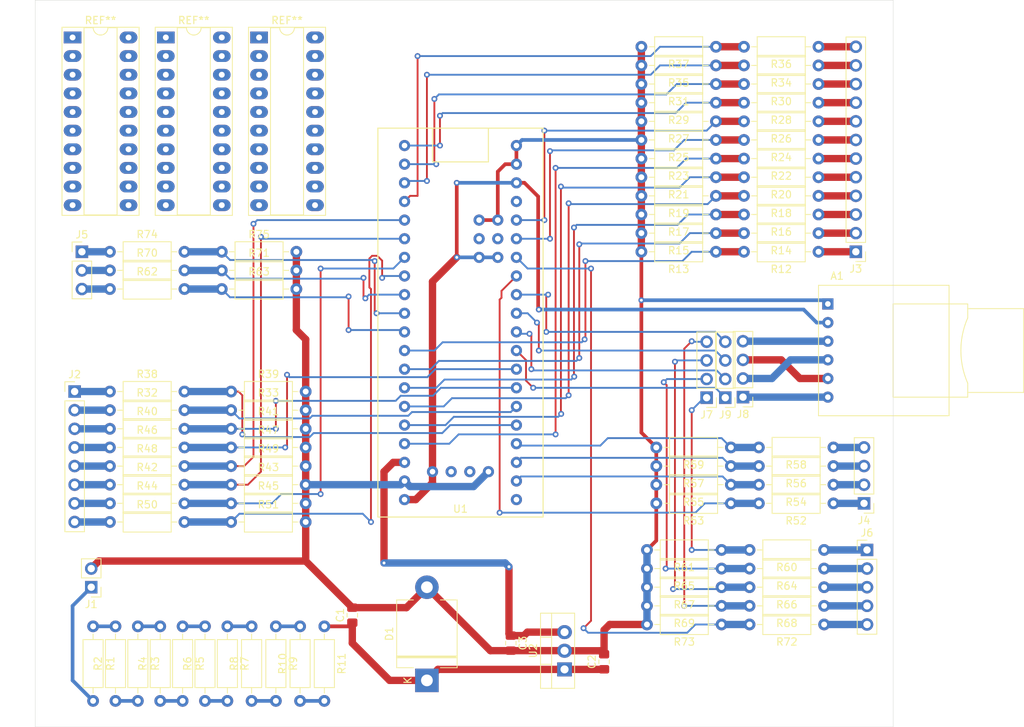
<source format=kicad_pcb>
(kicad_pcb (version 20171130) (host pcbnew 5.1.6-c6e7f7d~86~ubuntu16.04.1)
  (layers (0 F.Cu signal) (31 B.Cu signal) (34 B.Paste user) (35 F.Paste user) (36 B.SilkS user) (37 F.SilkS user) (38 B.Mask user) (39 F.Mask user) (44 Edge.Cuts user))
  (net 0 "")
  (net 1 "Net-(A1-Pad6)")
  (net 2 "Net-(A1-Pad5)")
  (net 3 "Net-(A1-Pad4)")
  (net 4 "Net-(A1-Pad3)")
  (net 5 +3V3)
  (net 6 GND)
  (net 7 "Net-(C1-Pad1)")
  (net 8 +5V)
  (net 9 D8)
  (net 10 D7)
  (net 11 D6)
  (net 12 D5)
  (net 13 D4)
  (net 14 D3)
  (net 15 D2)
  (net 16 D1)
  (net 17 A12)
  (net 18 A11)
  (net 19 A10)
  (net 20 A9)
  (net 21 A8)
  (net 22 A7)
  (net 23 A6)
  (net 24 A5)
  (net 25 A4)
  (net 26 A3)
  (net 27 A2)
  (net 28 A1)
  (net 29 DO4)
  (net 30 DO3)
  (net 31 DO2)
  (net 32 DO1)
  (net 33 WIO)
  (net 34 CLKB)
  (net 35 CLKA)
  (net 36 X5)
  (net 37 X4)
  (net 38 X3)
  (net 39 X2)
  (net 40 X1)
  (net 41 IX4)
  (net 42 IX3)
  (net 43 IX2)
  (net 44 IX1)
  (net 45 "Net-(J9-Pad4)")
  (net 46 "Net-(J9-Pad3)")
  (net 47 "Net-(J9-Pad2)")
  (net 48 "Net-(J9-Pad1)")
  (net 49 "Net-(R1-Pad1)")
  (net 50 "Net-(R2-Pad1)")
  (net 51 "Net-(R4-Pad1)")
  (net 52 "Net-(R5-Pad1)")
  (net 53 "Net-(R6-Pad1)")
  (net 54 "Net-(R7-Pad1)")
  (net 55 "Net-(R8-Pad1)")
  (net 56 "Net-(R10-Pad2)")
  (net 57 "Net-(R10-Pad1)")
  (net 58 IA1)
  (net 59 IA2)
  (net 60 IA3)
  (net 61 IA4)
  (net 62 IA5)
  (net 63 IA6)
  (net 64 IA7)
  (net 65 IA8)
  (net 66 IA9)
  (net 67 IA10)
  (net 68 ID2)
  (net 69 IA11)
  (net 70 IA12)
  (net 71 ID1)
  (net 72 ID3)
  (net 73 ID6)
  (net 74 ID7)
  (net 75 ID4)
  (net 76 ID5)
  (net 77 ID8)
  (net 78 IDO1)
  (net 79 IDO2)
  (net 80 IDO3)
  (net 81 IDO4)
  (net 82 IWIO)
  (net 83 ICLKB)
  (net 84 IX5)
  (net 85 ICLKA)
  (net 86 "Net-(J1-Pad1)")
  (net 87 "Net-(R3-Pad1)")
  (module Package_DIP:DIP-20_W7.62mm_Socket_LongPads (layer F.Cu) (at 127 60.96)
    (fp_text reference REF** (at 3.81 -2.33) (layer F.SilkS))
    (fp_text value DIP-20_W7.62mm_Socket_LongPads)
    (pad 20 thru_hole oval (at 7.62 0) (size 2.4 1.6) (drill 0.8) (layers *.Cu *.Mask))
    (pad 10 thru_hole oval (at 0 22.86) (size 2.4 1.6) (drill 0.8) (layers *.Cu *.Mask))
    (pad 19 thru_hole oval (at 7.62 2.54) (size 2.4 1.6) (drill 0.8) (layers *.Cu *.Mask))
    (pad 9 thru_hole oval (at 0 20.32) (size 2.4 1.6) (drill 0.8) (layers *.Cu *.Mask))
    (pad 18 thru_hole oval (at 7.62 5.08) (size 2.4 1.6) (drill 0.8) (layers *.Cu *.Mask))
    (pad 8 thru_hole oval (at 0 17.78) (size 2.4 1.6) (drill 0.8) (layers *.Cu *.Mask))
    (pad 17 thru_hole oval (at 7.62 7.62) (size 2.4 1.6) (drill 0.8) (layers *.Cu *.Mask))
    (pad 7 thru_hole oval (at 0 15.24) (size 2.4 1.6) (drill 0.8) (layers *.Cu *.Mask))
    (pad 16 thru_hole oval (at 7.62 10.16) (size 2.4 1.6) (drill 0.8) (layers *.Cu *.Mask))
    (pad 6 thru_hole oval (at 0 12.7) (size 2.4 1.6) (drill 0.8) (layers *.Cu *.Mask))
    (pad 15 thru_hole oval (at 7.62 12.7) (size 2.4 1.6) (drill 0.8) (layers *.Cu *.Mask))
    (pad 5 thru_hole oval (at 0 10.16) (size 2.4 1.6) (drill 0.8) (layers *.Cu *.Mask))
    (pad 14 thru_hole oval (at 7.62 15.24) (size 2.4 1.6) (drill 0.8) (layers *.Cu *.Mask))
    (pad 4 thru_hole oval (at 0 7.62) (size 2.4 1.6) (drill 0.8) (layers *.Cu *.Mask))
    (pad 13 thru_hole oval (at 7.62 17.78) (size 2.4 1.6) (drill 0.8) (layers *.Cu *.Mask))
    (pad 3 thru_hole oval (at 0 5.08) (size 2.4 1.6) (drill 0.8) (layers *.Cu *.Mask))
    (pad 12 thru_hole oval (at 7.62 20.32) (size 2.4 1.6) (drill 0.8) (layers *.Cu *.Mask))
    (pad 2 thru_hole oval (at 0 2.54) (size 2.4 1.6) (drill 0.8) (layers *.Cu *.Mask))
    (pad 11 thru_hole oval (at 7.62 22.86) (size 2.4 1.6) (drill 0.8) (layers *.Cu *.Mask))
    (pad 1 thru_hole rect (at 0 0) (size 2.4 1.6) (drill 0.8) (layers *.Cu *.Mask))
  )
  (module Package_DIP:DIP-20_W7.62mm_Socket_LongPads (layer F.Cu) (at 114.3 60.96)
    (fp_text reference REF** (at 3.81 -2.33) (layer F.SilkS))
    (fp_text value DIP-20_W7.62mm_Socket_LongPads)
    (pad 20 thru_hole oval (at 7.62 0) (size 2.4 1.6) (drill 0.8) (layers *.Cu *.Mask))
    (pad 10 thru_hole oval (at 0 22.86) (size 2.4 1.6) (drill 0.8) (layers *.Cu *.Mask))
    (pad 19 thru_hole oval (at 7.62 2.54) (size 2.4 1.6) (drill 0.8) (layers *.Cu *.Mask))
    (pad 9 thru_hole oval (at 0 20.32) (size 2.4 1.6) (drill 0.8) (layers *.Cu *.Mask))
    (pad 18 thru_hole oval (at 7.62 5.08) (size 2.4 1.6) (drill 0.8) (layers *.Cu *.Mask))
    (pad 8 thru_hole oval (at 0 17.78) (size 2.4 1.6) (drill 0.8) (layers *.Cu *.Mask))
    (pad 17 thru_hole oval (at 7.62 7.62) (size 2.4 1.6) (drill 0.8) (layers *.Cu *.Mask))
    (pad 7 thru_hole oval (at 0 15.24) (size 2.4 1.6) (drill 0.8) (layers *.Cu *.Mask))
    (pad 16 thru_hole oval (at 7.62 10.16) (size 2.4 1.6) (drill 0.8) (layers *.Cu *.Mask))
    (pad 6 thru_hole oval (at 0 12.7) (size 2.4 1.6) (drill 0.8) (layers *.Cu *.Mask))
    (pad 15 thru_hole oval (at 7.62 12.7) (size 2.4 1.6) (drill 0.8) (layers *.Cu *.Mask))
    (pad 5 thru_hole oval (at 0 10.16) (size 2.4 1.6) (drill 0.8) (layers *.Cu *.Mask))
    (pad 14 thru_hole oval (at 7.62 15.24) (size 2.4 1.6) (drill 0.8) (layers *.Cu *.Mask))
    (pad 4 thru_hole oval (at 0 7.62) (size 2.4 1.6) (drill 0.8) (layers *.Cu *.Mask))
    (pad 13 thru_hole oval (at 7.62 17.78) (size 2.4 1.6) (drill 0.8) (layers *.Cu *.Mask))
    (pad 3 thru_hole oval (at 0 5.08) (size 2.4 1.6) (drill 0.8) (layers *.Cu *.Mask))
    (pad 12 thru_hole oval (at 7.62 20.32) (size 2.4 1.6) (drill 0.8) (layers *.Cu *.Mask))
    (pad 2 thru_hole oval (at 0 2.54) (size 2.4 1.6) (drill 0.8) (layers *.Cu *.Mask))
    (pad 11 thru_hole oval (at 7.62 22.86) (size 2.4 1.6) (drill 0.8) (layers *.Cu *.Mask))
    (pad 1 thru_hole rect (at 0 0) (size 2.4 1.6) (drill 0.8) (layers *.Cu *.Mask))
  )
  (module Package_DIP:DIP-20_W7.62mm_Socket_LongPads (layer F.Cu) (at 101.6 60.96)
    (fp_text reference REF** (at 3.81 -2.33) (layer F.SilkS))
    (fp_text value DIP-20_W7.62mm_Socket_LongPads)
    (pad 20 thru_hole oval (at 7.62 0) (size 2.4 1.6) (drill 0.8) (layers *.Cu *.Mask))
    (pad 10 thru_hole oval (at 0 22.86) (size 2.4 1.6) (drill 0.8) (layers *.Cu *.Mask))
    (pad 19 thru_hole oval (at 7.62 2.54) (size 2.4 1.6) (drill 0.8) (layers *.Cu *.Mask))
    (pad 9 thru_hole oval (at 0 20.32) (size 2.4 1.6) (drill 0.8) (layers *.Cu *.Mask))
    (pad 18 thru_hole oval (at 7.62 5.08) (size 2.4 1.6) (drill 0.8) (layers *.Cu *.Mask))
    (pad 8 thru_hole oval (at 0 17.78) (size 2.4 1.6) (drill 0.8) (layers *.Cu *.Mask))
    (pad 17 thru_hole oval (at 7.62 7.62) (size 2.4 1.6) (drill 0.8) (layers *.Cu *.Mask))
    (pad 7 thru_hole oval (at 0 15.24) (size 2.4 1.6) (drill 0.8) (layers *.Cu *.Mask))
    (pad 16 thru_hole oval (at 7.62 10.16) (size 2.4 1.6) (drill 0.8) (layers *.Cu *.Mask))
    (pad 6 thru_hole oval (at 0 12.7) (size 2.4 1.6) (drill 0.8) (layers *.Cu *.Mask))
    (pad 15 thru_hole oval (at 7.62 12.7) (size 2.4 1.6) (drill 0.8) (layers *.Cu *.Mask))
    (pad 5 thru_hole oval (at 0 10.16) (size 2.4 1.6) (drill 0.8) (layers *.Cu *.Mask))
    (pad 14 thru_hole oval (at 7.62 15.24) (size 2.4 1.6) (drill 0.8) (layers *.Cu *.Mask))
    (pad 4 thru_hole oval (at 0 7.62) (size 2.4 1.6) (drill 0.8) (layers *.Cu *.Mask))
    (pad 13 thru_hole oval (at 7.62 17.78) (size 2.4 1.6) (drill 0.8) (layers *.Cu *.Mask))
    (pad 3 thru_hole oval (at 0 5.08) (size 2.4 1.6) (drill 0.8) (layers *.Cu *.Mask))
    (pad 12 thru_hole oval (at 7.62 20.32) (size 2.4 1.6) (drill 0.8) (layers *.Cu *.Mask))
    (pad 2 thru_hole oval (at 0 2.54) (size 2.4 1.6) (drill 0.8) (layers *.Cu *.Mask))
    (pad 11 thru_hole oval (at 7.62 22.86) (size 2.4 1.6) (drill 0.8) (layers *.Cu *.Mask))
    (pad 1 thru_hole rect (at 0 0) (size 2.4 1.6) (drill 0.8) (layers *.Cu *.Mask))
  )
  (module Resistor_THT:R_Axial_DIN0207_L6.3mm_D2.5mm_P10.16mm_Horizontal (layer F.Cu) (at 121.92 90.17)
    (fp_text reference R75 (at 5.08 -2.37) (layer F.SilkS))
    (fp_text value 2k2)
    (pad 2 thru_hole oval (at 10.16 0) (size 1.6 1.6) (drill 0.8) (layers *.Cu *.Mask) (net 6 GND))
    (pad 1 thru_hole circle (at 0 0) (size 1.6 1.6) (drill 0.8) (layers *.Cu *.Mask) (net 85 ICLKA))
  )
  (module Resistor_THT:R_Axial_DIN0207_L6.3mm_D2.5mm_P10.16mm_Horizontal (layer F.Cu) (at 106.68 90.17)
    (fp_text reference R74 (at 5.08 -2.37) (layer F.SilkS))
    (fp_text value 10k)
    (pad 2 thru_hole oval (at 10.16 0) (size 1.6 1.6) (drill 0.8) (layers *.Cu *.Mask) (net 85 ICLKA))
    (pad 1 thru_hole circle (at 0 0) (size 1.6 1.6) (drill 0.8) (layers *.Cu *.Mask) (net 35 CLKA))
  )
  (module Resistor_THT:R_Axial_DIN0207_L6.3mm_D2.5mm_P10.16mm_Horizontal (layer F.Cu) (at 189.992 140.97 180)
    (fp_text reference R73 (at 5.08 -2.37) (layer F.SilkS))
    (fp_text value 2k2)
    (pad 2 thru_hole oval (at 10.16 0 180) (size 1.6 1.6) (drill 0.8) (layers *.Cu *.Mask) (net 6 GND))
    (pad 1 thru_hole circle (at 0 0 180) (size 1.6 1.6) (drill 0.8) (layers *.Cu *.Mask) (net 84 IX5))
  )
  (module Resistor_THT:R_Axial_DIN0207_L6.3mm_D2.5mm_P10.16mm_Horizontal (layer F.Cu) (at 203.962 140.97 180)
    (fp_text reference R72 (at 5.08 -2.37) (layer F.SilkS))
    (fp_text value 10k)
    (pad 2 thru_hole oval (at 10.16 0 180) (size 1.6 1.6) (drill 0.8) (layers *.Cu *.Mask) (net 84 IX5))
    (pad 1 thru_hole circle (at 0 0 180) (size 1.6 1.6) (drill 0.8) (layers *.Cu *.Mask) (net 36 X5))
  )
  (module Resistor_THT:R_Axial_DIN0207_L6.3mm_D2.5mm_P10.16mm_Horizontal (layer F.Cu) (at 121.92 92.71)
    (fp_text reference R71 (at 5.08 -2.37) (layer F.SilkS))
    (fp_text value 2k2)
    (pad 2 thru_hole oval (at 10.16 0) (size 1.6 1.6) (drill 0.8) (layers *.Cu *.Mask) (net 6 GND))
    (pad 1 thru_hole circle (at 0 0) (size 1.6 1.6) (drill 0.8) (layers *.Cu *.Mask) (net 83 ICLKB))
  )
  (module Resistor_THT:R_Axial_DIN0207_L6.3mm_D2.5mm_P10.16mm_Horizontal (layer F.Cu) (at 106.68 92.71)
    (fp_text reference R70 (at 5.08 -2.37) (layer F.SilkS))
    (fp_text value 10k)
    (pad 2 thru_hole oval (at 10.16 0) (size 1.6 1.6) (drill 0.8) (layers *.Cu *.Mask) (net 83 ICLKB))
    (pad 1 thru_hole circle (at 0 0) (size 1.6 1.6) (drill 0.8) (layers *.Cu *.Mask) (net 34 CLKB))
  )
  (module Resistor_THT:R_Axial_DIN0207_L6.3mm_D2.5mm_P10.16mm_Horizontal (layer F.Cu) (at 189.992 138.43 180)
    (fp_text reference R69 (at 5.08 -2.37) (layer F.SilkS))
    (fp_text value 2k2)
    (pad 2 thru_hole oval (at 10.16 0 180) (size 1.6 1.6) (drill 0.8) (layers *.Cu *.Mask) (net 6 GND))
    (pad 1 thru_hole circle (at 0 0 180) (size 1.6 1.6) (drill 0.8) (layers *.Cu *.Mask) (net 41 IX4))
  )
  (module Resistor_THT:R_Axial_DIN0207_L6.3mm_D2.5mm_P10.16mm_Horizontal (layer F.Cu) (at 203.962 138.43 180)
    (fp_text reference R68 (at 5.08 -2.37) (layer F.SilkS))
    (fp_text value 10k)
    (pad 2 thru_hole oval (at 10.16 0 180) (size 1.6 1.6) (drill 0.8) (layers *.Cu *.Mask) (net 41 IX4))
    (pad 1 thru_hole circle (at 0 0 180) (size 1.6 1.6) (drill 0.8) (layers *.Cu *.Mask) (net 37 X4))
  )
  (module Resistor_THT:R_Axial_DIN0207_L6.3mm_D2.5mm_P10.16mm_Horizontal (layer F.Cu) (at 189.992 135.89 180)
    (fp_text reference R67 (at 5.08 -2.37) (layer F.SilkS))
    (fp_text value 2k2)
    (pad 2 thru_hole oval (at 10.16 0 180) (size 1.6 1.6) (drill 0.8) (layers *.Cu *.Mask) (net 6 GND))
    (pad 1 thru_hole circle (at 0 0 180) (size 1.6 1.6) (drill 0.8) (layers *.Cu *.Mask) (net 42 IX3))
  )
  (module Resistor_THT:R_Axial_DIN0207_L6.3mm_D2.5mm_P10.16mm_Horizontal (layer F.Cu) (at 203.962 135.89 180)
    (fp_text reference R66 (at 5.08 -2.37) (layer F.SilkS))
    (fp_text value 10k)
    (pad 2 thru_hole oval (at 10.16 0 180) (size 1.6 1.6) (drill 0.8) (layers *.Cu *.Mask) (net 42 IX3))
    (pad 1 thru_hole circle (at 0 0 180) (size 1.6 1.6) (drill 0.8) (layers *.Cu *.Mask) (net 38 X3))
  )
  (module Resistor_THT:R_Axial_DIN0207_L6.3mm_D2.5mm_P10.16mm_Horizontal (layer F.Cu) (at 189.992 133.35 180)
    (fp_text reference R65 (at 5.08 -2.37) (layer F.SilkS))
    (fp_text value 2k2)
    (pad 2 thru_hole oval (at 10.16 0 180) (size 1.6 1.6) (drill 0.8) (layers *.Cu *.Mask) (net 6 GND))
    (pad 1 thru_hole circle (at 0 0 180) (size 1.6 1.6) (drill 0.8) (layers *.Cu *.Mask) (net 43 IX2))
  )
  (module Resistor_THT:R_Axial_DIN0207_L6.3mm_D2.5mm_P10.16mm_Horizontal (layer F.Cu) (at 203.962 133.35 180)
    (fp_text reference R64 (at 5.08 -2.37) (layer F.SilkS))
    (fp_text value 10k)
    (pad 2 thru_hole oval (at 10.16 0 180) (size 1.6 1.6) (drill 0.8) (layers *.Cu *.Mask) (net 43 IX2))
    (pad 1 thru_hole circle (at 0 0 180) (size 1.6 1.6) (drill 0.8) (layers *.Cu *.Mask) (net 39 X2))
  )
  (module Resistor_THT:R_Axial_DIN0207_L6.3mm_D2.5mm_P10.16mm_Horizontal (layer F.Cu) (at 121.92 95.25)
    (fp_text reference R63 (at 5.08 -2.37) (layer F.SilkS))
    (fp_text value 2k2)
    (pad 2 thru_hole oval (at 10.16 0) (size 1.6 1.6) (drill 0.8) (layers *.Cu *.Mask) (net 6 GND))
    (pad 1 thru_hole circle (at 0 0) (size 1.6 1.6) (drill 0.8) (layers *.Cu *.Mask) (net 82 IWIO))
  )
  (module Resistor_THT:R_Axial_DIN0207_L6.3mm_D2.5mm_P10.16mm_Horizontal (layer F.Cu) (at 106.68 95.25)
    (fp_text reference R62 (at 5.08 -2.37) (layer F.SilkS))
    (fp_text value 10k)
    (pad 2 thru_hole oval (at 10.16 0) (size 1.6 1.6) (drill 0.8) (layers *.Cu *.Mask) (net 82 IWIO))
    (pad 1 thru_hole circle (at 0 0) (size 1.6 1.6) (drill 0.8) (layers *.Cu *.Mask) (net 33 WIO))
  )
  (module Resistor_THT:R_Axial_DIN0207_L6.3mm_D2.5mm_P10.16mm_Horizontal (layer F.Cu) (at 189.992 130.81 180)
    (fp_text reference R61 (at 5.08 -2.37) (layer F.SilkS))
    (fp_text value 2k2)
    (pad 2 thru_hole oval (at 10.16 0 180) (size 1.6 1.6) (drill 0.8) (layers *.Cu *.Mask) (net 6 GND))
    (pad 1 thru_hole circle (at 0 0 180) (size 1.6 1.6) (drill 0.8) (layers *.Cu *.Mask) (net 44 IX1))
  )
  (module Resistor_THT:R_Axial_DIN0207_L6.3mm_D2.5mm_P10.16mm_Horizontal (layer F.Cu) (at 203.962 130.81 180)
    (fp_text reference R60 (at 5.08 -2.37) (layer F.SilkS))
    (fp_text value 10k)
    (pad 2 thru_hole oval (at 10.16 0 180) (size 1.6 1.6) (drill 0.8) (layers *.Cu *.Mask) (net 44 IX1))
    (pad 1 thru_hole circle (at 0 0 180) (size 1.6 1.6) (drill 0.8) (layers *.Cu *.Mask) (net 40 X1))
  )
  (module Resistor_THT:R_Axial_DIN0207_L6.3mm_D2.5mm_P10.16mm_Horizontal (layer F.Cu) (at 191.262 116.84 180)
    (fp_text reference R59 (at 5.08 -2.37) (layer F.SilkS))
    (fp_text value 2k2)
    (pad 2 thru_hole oval (at 10.16 0 180) (size 1.6 1.6) (drill 0.8) (layers *.Cu *.Mask) (net 6 GND))
    (pad 1 thru_hole circle (at 0 0 180) (size 1.6 1.6) (drill 0.8) (layers *.Cu *.Mask) (net 81 IDO4))
  )
  (module Resistor_THT:R_Axial_DIN0207_L6.3mm_D2.5mm_P10.16mm_Horizontal (layer F.Cu) (at 205.232 116.84 180)
    (fp_text reference R58 (at 5.08 -2.37) (layer F.SilkS))
    (fp_text value 10k)
    (pad 2 thru_hole oval (at 10.16 0 180) (size 1.6 1.6) (drill 0.8) (layers *.Cu *.Mask) (net 81 IDO4))
    (pad 1 thru_hole circle (at 0 0 180) (size 1.6 1.6) (drill 0.8) (layers *.Cu *.Mask) (net 29 DO4))
  )
  (module Resistor_THT:R_Axial_DIN0207_L6.3mm_D2.5mm_P10.16mm_Horizontal (layer F.Cu) (at 191.262 119.38 180)
    (fp_text reference R57 (at 5.08 -2.37) (layer F.SilkS))
    (fp_text value 2k2)
    (pad 2 thru_hole oval (at 10.16 0 180) (size 1.6 1.6) (drill 0.8) (layers *.Cu *.Mask) (net 6 GND))
    (pad 1 thru_hole circle (at 0 0 180) (size 1.6 1.6) (drill 0.8) (layers *.Cu *.Mask) (net 80 IDO3))
  )
  (module Resistor_THT:R_Axial_DIN0207_L6.3mm_D2.5mm_P10.16mm_Horizontal (layer F.Cu) (at 205.232 119.38 180)
    (fp_text reference R56 (at 5.08 -2.37) (layer F.SilkS))
    (fp_text value 10k)
    (pad 2 thru_hole oval (at 10.16 0 180) (size 1.6 1.6) (drill 0.8) (layers *.Cu *.Mask) (net 80 IDO3))
    (pad 1 thru_hole circle (at 0 0 180) (size 1.6 1.6) (drill 0.8) (layers *.Cu *.Mask) (net 30 DO3))
  )
  (module Resistor_THT:R_Axial_DIN0207_L6.3mm_D2.5mm_P10.16mm_Horizontal (layer F.Cu) (at 191.262 121.92 180)
    (fp_text reference R55 (at 5.08 -2.37) (layer F.SilkS))
    (fp_text value 2k2)
    (pad 2 thru_hole oval (at 10.16 0 180) (size 1.6 1.6) (drill 0.8) (layers *.Cu *.Mask) (net 6 GND))
    (pad 1 thru_hole circle (at 0 0 180) (size 1.6 1.6) (drill 0.8) (layers *.Cu *.Mask) (net 79 IDO2))
  )
  (module Resistor_THT:R_Axial_DIN0207_L6.3mm_D2.5mm_P10.16mm_Horizontal (layer F.Cu) (at 205.232 121.92 180)
    (fp_text reference R54 (at 5.08 -2.37) (layer F.SilkS))
    (fp_text value 10k)
    (pad 2 thru_hole oval (at 10.16 0 180) (size 1.6 1.6) (drill 0.8) (layers *.Cu *.Mask) (net 79 IDO2))
    (pad 1 thru_hole circle (at 0 0 180) (size 1.6 1.6) (drill 0.8) (layers *.Cu *.Mask) (net 31 DO2))
  )
  (module Resistor_THT:R_Axial_DIN0207_L6.3mm_D2.5mm_P10.16mm_Horizontal (layer F.Cu) (at 191.262 124.46 180)
    (fp_text reference R53 (at 5.08 -2.37) (layer F.SilkS))
    (fp_text value 2k2)
    (pad 2 thru_hole oval (at 10.16 0 180) (size 1.6 1.6) (drill 0.8) (layers *.Cu *.Mask) (net 6 GND))
    (pad 1 thru_hole circle (at 0 0 180) (size 1.6 1.6) (drill 0.8) (layers *.Cu *.Mask) (net 78 IDO1))
  )
  (module Resistor_THT:R_Axial_DIN0207_L6.3mm_D2.5mm_P10.16mm_Horizontal (layer F.Cu) (at 205.232 124.46 180)
    (fp_text reference R52 (at 5.08 -2.37) (layer F.SilkS))
    (fp_text value 10k)
    (pad 2 thru_hole oval (at 10.16 0 180) (size 1.6 1.6) (drill 0.8) (layers *.Cu *.Mask) (net 78 IDO1))
    (pad 1 thru_hole circle (at 0 0 180) (size 1.6 1.6) (drill 0.8) (layers *.Cu *.Mask) (net 32 DO1))
  )
  (module Resistor_THT:R_Axial_DIN0207_L6.3mm_D2.5mm_P10.16mm_Horizontal (layer F.Cu) (at 123.19 127)
    (fp_text reference R51 (at 5.08 -2.37) (layer F.SilkS))
    (fp_text value 2k2)
    (pad 2 thru_hole oval (at 10.16 0) (size 1.6 1.6) (drill 0.8) (layers *.Cu *.Mask) (net 6 GND))
    (pad 1 thru_hole circle (at 0 0) (size 1.6 1.6) (drill 0.8) (layers *.Cu *.Mask) (net 77 ID8))
  )
  (module Resistor_THT:R_Axial_DIN0207_L6.3mm_D2.5mm_P10.16mm_Horizontal (layer F.Cu) (at 106.68 127)
    (fp_text reference R50 (at 5.08 -2.37) (layer F.SilkS))
    (fp_text value 10k)
    (pad 2 thru_hole oval (at 10.16 0) (size 1.6 1.6) (drill 0.8) (layers *.Cu *.Mask) (net 77 ID8))
    (pad 1 thru_hole circle (at 0 0) (size 1.6 1.6) (drill 0.8) (layers *.Cu *.Mask) (net 9 D8))
  )
  (module Resistor_THT:R_Axial_DIN0207_L6.3mm_D2.5mm_P10.16mm_Horizontal (layer F.Cu) (at 123.19 119.38)
    (fp_text reference R49 (at 5.08 -2.37) (layer F.SilkS))
    (fp_text value 2k2)
    (pad 2 thru_hole oval (at 10.16 0) (size 1.6 1.6) (drill 0.8) (layers *.Cu *.Mask) (net 6 GND))
    (pad 1 thru_hole circle (at 0 0) (size 1.6 1.6) (drill 0.8) (layers *.Cu *.Mask) (net 76 ID5))
  )
  (module Resistor_THT:R_Axial_DIN0207_L6.3mm_D2.5mm_P10.16mm_Horizontal (layer F.Cu) (at 106.68 119.38)
    (fp_text reference R48 (at 5.08 -2.37) (layer F.SilkS))
    (fp_text value 10k)
    (pad 2 thru_hole oval (at 10.16 0) (size 1.6 1.6) (drill 0.8) (layers *.Cu *.Mask) (net 76 ID5))
    (pad 1 thru_hole circle (at 0 0) (size 1.6 1.6) (drill 0.8) (layers *.Cu *.Mask) (net 12 D5))
  )
  (module Resistor_THT:R_Axial_DIN0207_L6.3mm_D2.5mm_P10.16mm_Horizontal (layer F.Cu) (at 123.19 116.84)
    (fp_text reference R47 (at 5.08 -2.37) (layer F.SilkS))
    (fp_text value 2k2)
    (pad 2 thru_hole oval (at 10.16 0) (size 1.6 1.6) (drill 0.8) (layers *.Cu *.Mask) (net 6 GND))
    (pad 1 thru_hole circle (at 0 0) (size 1.6 1.6) (drill 0.8) (layers *.Cu *.Mask) (net 75 ID4))
  )
  (module Resistor_THT:R_Axial_DIN0207_L6.3mm_D2.5mm_P10.16mm_Horizontal (layer F.Cu) (at 106.68 116.84)
    (fp_text reference R46 (at 5.08 -2.37) (layer F.SilkS))
    (fp_text value 10k)
    (pad 2 thru_hole oval (at 10.16 0) (size 1.6 1.6) (drill 0.8) (layers *.Cu *.Mask) (net 75 ID4))
    (pad 1 thru_hole circle (at 0 0) (size 1.6 1.6) (drill 0.8) (layers *.Cu *.Mask) (net 13 D4))
  )
  (module Resistor_THT:R_Axial_DIN0207_L6.3mm_D2.5mm_P10.16mm_Horizontal (layer F.Cu) (at 123.19 124.46)
    (fp_text reference R45 (at 5.08 -2.37) (layer F.SilkS))
    (fp_text value 2k2)
    (pad 2 thru_hole oval (at 10.16 0) (size 1.6 1.6) (drill 0.8) (layers *.Cu *.Mask) (net 6 GND))
    (pad 1 thru_hole circle (at 0 0) (size 1.6 1.6) (drill 0.8) (layers *.Cu *.Mask) (net 74 ID7))
  )
  (module Resistor_THT:R_Axial_DIN0207_L6.3mm_D2.5mm_P10.16mm_Horizontal (layer F.Cu) (at 106.68 124.46)
    (fp_text reference R44 (at 5.08 -2.37) (layer F.SilkS))
    (fp_text value 10k)
    (pad 2 thru_hole oval (at 10.16 0) (size 1.6 1.6) (drill 0.8) (layers *.Cu *.Mask) (net 74 ID7))
    (pad 1 thru_hole circle (at 0 0) (size 1.6 1.6) (drill 0.8) (layers *.Cu *.Mask) (net 10 D7))
  )
  (module Resistor_THT:R_Axial_DIN0207_L6.3mm_D2.5mm_P10.16mm_Horizontal (layer F.Cu) (at 123.19 121.92)
    (fp_text reference R43 (at 5.08 -2.37) (layer F.SilkS))
    (fp_text value 2k2)
    (pad 2 thru_hole oval (at 10.16 0) (size 1.6 1.6) (drill 0.8) (layers *.Cu *.Mask) (net 6 GND))
    (pad 1 thru_hole circle (at 0 0) (size 1.6 1.6) (drill 0.8) (layers *.Cu *.Mask) (net 73 ID6))
  )
  (module Resistor_THT:R_Axial_DIN0207_L6.3mm_D2.5mm_P10.16mm_Horizontal (layer F.Cu) (at 106.68 121.92)
    (fp_text reference R42 (at 5.08 -2.37) (layer F.SilkS))
    (fp_text value 10k)
    (pad 2 thru_hole oval (at 10.16 0) (size 1.6 1.6) (drill 0.8) (layers *.Cu *.Mask) (net 73 ID6))
    (pad 1 thru_hole circle (at 0 0) (size 1.6 1.6) (drill 0.8) (layers *.Cu *.Mask) (net 11 D6))
  )
  (module Resistor_THT:R_Axial_DIN0207_L6.3mm_D2.5mm_P10.16mm_Horizontal (layer F.Cu) (at 123.19 114.3)
    (fp_text reference R41 (at 5.08 -2.37) (layer F.SilkS))
    (fp_text value 2k2)
    (pad 2 thru_hole oval (at 10.16 0) (size 1.6 1.6) (drill 0.8) (layers *.Cu *.Mask) (net 6 GND))
    (pad 1 thru_hole circle (at 0 0) (size 1.6 1.6) (drill 0.8) (layers *.Cu *.Mask) (net 72 ID3))
  )
  (module Resistor_THT:R_Axial_DIN0207_L6.3mm_D2.5mm_P10.16mm_Horizontal (layer F.Cu) (at 106.68 114.3)
    (fp_text reference R40 (at 5.08 -2.37) (layer F.SilkS))
    (fp_text value 10k)
    (pad 2 thru_hole oval (at 10.16 0) (size 1.6 1.6) (drill 0.8) (layers *.Cu *.Mask) (net 72 ID3))
    (pad 1 thru_hole circle (at 0 0) (size 1.6 1.6) (drill 0.8) (layers *.Cu *.Mask) (net 14 D3))
  )
  (module Resistor_THT:R_Axial_DIN0207_L6.3mm_D2.5mm_P10.16mm_Horizontal (layer F.Cu) (at 123.19 109.22)
    (fp_text reference R39 (at 5.08 -2.37) (layer F.SilkS))
    (fp_text value 2k2)
    (pad 2 thru_hole oval (at 10.16 0) (size 1.6 1.6) (drill 0.8) (layers *.Cu *.Mask) (net 6 GND))
    (pad 1 thru_hole circle (at 0 0) (size 1.6 1.6) (drill 0.8) (layers *.Cu *.Mask) (net 71 ID1))
  )
  (module Resistor_THT:R_Axial_DIN0207_L6.3mm_D2.5mm_P10.16mm_Horizontal (layer F.Cu) (at 106.68 109.22)
    (fp_text reference R38 (at 5.08 -2.37) (layer F.SilkS))
    (fp_text value 10k)
    (pad 2 thru_hole oval (at 10.16 0) (size 1.6 1.6) (drill 0.8) (layers *.Cu *.Mask) (net 71 ID1))
    (pad 1 thru_hole circle (at 0 0) (size 1.6 1.6) (drill 0.8) (layers *.Cu *.Mask) (net 16 D1))
  )
  (module Resistor_THT:R_Axial_DIN0207_L6.3mm_D2.5mm_P10.16mm_Horizontal (layer F.Cu) (at 189.23 62.23 180)
    (fp_text reference R37 (at 5.08 -2.37) (layer F.SilkS))
    (fp_text value 2k2)
    (pad 2 thru_hole oval (at 10.16 0 180) (size 1.6 1.6) (drill 0.8) (layers *.Cu *.Mask) (net 6 GND))
    (pad 1 thru_hole circle (at 0 0 180) (size 1.6 1.6) (drill 0.8) (layers *.Cu *.Mask) (net 70 IA12))
  )
  (module Resistor_THT:R_Axial_DIN0207_L6.3mm_D2.5mm_P10.16mm_Horizontal (layer F.Cu) (at 203.2 62.23 180)
    (fp_text reference R36 (at 5.08 -2.37) (layer F.SilkS))
    (fp_text value 10k)
    (pad 2 thru_hole oval (at 10.16 0 180) (size 1.6 1.6) (drill 0.8) (layers *.Cu *.Mask) (net 70 IA12))
    (pad 1 thru_hole circle (at 0 0 180) (size 1.6 1.6) (drill 0.8) (layers *.Cu *.Mask) (net 17 A12))
  )
  (module Resistor_THT:R_Axial_DIN0207_L6.3mm_D2.5mm_P10.16mm_Horizontal (layer F.Cu) (at 189.23 64.77 180)
    (fp_text reference R35 (at 5.08 -2.37) (layer F.SilkS))
    (fp_text value 2k2)
    (pad 2 thru_hole oval (at 10.16 0 180) (size 1.6 1.6) (drill 0.8) (layers *.Cu *.Mask) (net 6 GND))
    (pad 1 thru_hole circle (at 0 0 180) (size 1.6 1.6) (drill 0.8) (layers *.Cu *.Mask) (net 69 IA11))
  )
  (module Resistor_THT:R_Axial_DIN0207_L6.3mm_D2.5mm_P10.16mm_Horizontal (layer F.Cu) (at 203.2 64.77 180)
    (fp_text reference R34 (at 5.08 -2.37) (layer F.SilkS))
    (fp_text value 10k)
    (pad 2 thru_hole oval (at 10.16 0 180) (size 1.6 1.6) (drill 0.8) (layers *.Cu *.Mask) (net 69 IA11))
    (pad 1 thru_hole circle (at 0 0 180) (size 1.6 1.6) (drill 0.8) (layers *.Cu *.Mask) (net 18 A11))
  )
  (module Resistor_THT:R_Axial_DIN0207_L6.3mm_D2.5mm_P10.16mm_Horizontal (layer F.Cu) (at 123.19 111.76)
    (fp_text reference R33 (at 5.08 -2.37) (layer F.SilkS))
    (fp_text value 2k2)
    (pad 2 thru_hole oval (at 10.16 0) (size 1.6 1.6) (drill 0.8) (layers *.Cu *.Mask) (net 6 GND))
    (pad 1 thru_hole circle (at 0 0) (size 1.6 1.6) (drill 0.8) (layers *.Cu *.Mask) (net 68 ID2))
  )
  (module Resistor_THT:R_Axial_DIN0207_L6.3mm_D2.5mm_P10.16mm_Horizontal (layer F.Cu) (at 106.68 111.76)
    (fp_text reference R32 (at 5.08 -2.37) (layer F.SilkS))
    (fp_text value 10k)
    (pad 2 thru_hole oval (at 10.16 0) (size 1.6 1.6) (drill 0.8) (layers *.Cu *.Mask) (net 68 ID2))
    (pad 1 thru_hole circle (at 0 0) (size 1.6 1.6) (drill 0.8) (layers *.Cu *.Mask) (net 15 D2))
  )
  (module Resistor_THT:R_Axial_DIN0207_L6.3mm_D2.5mm_P10.16mm_Horizontal (layer F.Cu) (at 189.23 67.31 180)
    (fp_text reference R31 (at 5.08 -2.37) (layer F.SilkS))
    (fp_text value 2k2)
    (pad 2 thru_hole oval (at 10.16 0 180) (size 1.6 1.6) (drill 0.8) (layers *.Cu *.Mask) (net 6 GND))
    (pad 1 thru_hole circle (at 0 0 180) (size 1.6 1.6) (drill 0.8) (layers *.Cu *.Mask) (net 67 IA10))
  )
  (module Resistor_THT:R_Axial_DIN0207_L6.3mm_D2.5mm_P10.16mm_Horizontal (layer F.Cu) (at 203.2 67.31 180)
    (fp_text reference R30 (at 5.08 -2.37) (layer F.SilkS))
    (fp_text value 10k)
    (pad 2 thru_hole oval (at 10.16 0 180) (size 1.6 1.6) (drill 0.8) (layers *.Cu *.Mask) (net 67 IA10))
    (pad 1 thru_hole circle (at 0 0 180) (size 1.6 1.6) (drill 0.8) (layers *.Cu *.Mask) (net 19 A10))
  )
  (module Resistor_THT:R_Axial_DIN0207_L6.3mm_D2.5mm_P10.16mm_Horizontal (layer F.Cu) (at 189.23 69.85 180)
    (fp_text reference R29 (at 5.08 -2.37) (layer F.SilkS))
    (fp_text value 2k2)
    (pad 2 thru_hole oval (at 10.16 0 180) (size 1.6 1.6) (drill 0.8) (layers *.Cu *.Mask) (net 6 GND))
    (pad 1 thru_hole circle (at 0 0 180) (size 1.6 1.6) (drill 0.8) (layers *.Cu *.Mask) (net 66 IA9))
  )
  (module Resistor_THT:R_Axial_DIN0207_L6.3mm_D2.5mm_P10.16mm_Horizontal (layer F.Cu) (at 203.2 69.85 180)
    (fp_text reference R28 (at 5.08 -2.37) (layer F.SilkS))
    (fp_text value 10k)
    (pad 2 thru_hole oval (at 10.16 0 180) (size 1.6 1.6) (drill 0.8) (layers *.Cu *.Mask) (net 66 IA9))
    (pad 1 thru_hole circle (at 0 0 180) (size 1.6 1.6) (drill 0.8) (layers *.Cu *.Mask) (net 20 A9))
  )
  (module Resistor_THT:R_Axial_DIN0207_L6.3mm_D2.5mm_P10.16mm_Horizontal (layer F.Cu) (at 189.23 72.39 180)
    (fp_text reference R27 (at 5.08 -2.37) (layer F.SilkS))
    (fp_text value 2k2)
    (pad 2 thru_hole oval (at 10.16 0 180) (size 1.6 1.6) (drill 0.8) (layers *.Cu *.Mask) (net 6 GND))
    (pad 1 thru_hole circle (at 0 0 180) (size 1.6 1.6) (drill 0.8) (layers *.Cu *.Mask) (net 65 IA8))
  )
  (module Resistor_THT:R_Axial_DIN0207_L6.3mm_D2.5mm_P10.16mm_Horizontal (layer F.Cu) (at 203.2 72.39 180)
    (fp_text reference R26 (at 5.08 -2.37) (layer F.SilkS))
    (fp_text value 10k)
    (pad 2 thru_hole oval (at 10.16 0 180) (size 1.6 1.6) (drill 0.8) (layers *.Cu *.Mask) (net 65 IA8))
    (pad 1 thru_hole circle (at 0 0 180) (size 1.6 1.6) (drill 0.8) (layers *.Cu *.Mask) (net 21 A8))
  )
  (module Resistor_THT:R_Axial_DIN0207_L6.3mm_D2.5mm_P10.16mm_Horizontal (layer F.Cu) (at 189.23 74.93 180)
    (fp_text reference R25 (at 5.08 -2.37) (layer F.SilkS))
    (fp_text value 2k2)
    (pad 2 thru_hole oval (at 10.16 0 180) (size 1.6 1.6) (drill 0.8) (layers *.Cu *.Mask) (net 6 GND))
    (pad 1 thru_hole circle (at 0 0 180) (size 1.6 1.6) (drill 0.8) (layers *.Cu *.Mask) (net 64 IA7))
  )
  (module Resistor_THT:R_Axial_DIN0207_L6.3mm_D2.5mm_P10.16mm_Horizontal (layer F.Cu) (at 203.2 74.93 180)
    (fp_text reference R24 (at 5.08 -2.37) (layer F.SilkS))
    (fp_text value 10k)
    (pad 2 thru_hole oval (at 10.16 0 180) (size 1.6 1.6) (drill 0.8) (layers *.Cu *.Mask) (net 64 IA7))
    (pad 1 thru_hole circle (at 0 0 180) (size 1.6 1.6) (drill 0.8) (layers *.Cu *.Mask) (net 22 A7))
  )
  (module Resistor_THT:R_Axial_DIN0207_L6.3mm_D2.5mm_P10.16mm_Horizontal (layer F.Cu) (at 189.23 77.47 180)
    (fp_text reference R23 (at 5.08 -2.37) (layer F.SilkS))
    (fp_text value 2k2)
    (pad 2 thru_hole oval (at 10.16 0 180) (size 1.6 1.6) (drill 0.8) (layers *.Cu *.Mask) (net 6 GND))
    (pad 1 thru_hole circle (at 0 0 180) (size 1.6 1.6) (drill 0.8) (layers *.Cu *.Mask) (net 63 IA6))
  )
  (module Resistor_THT:R_Axial_DIN0207_L6.3mm_D2.5mm_P10.16mm_Horizontal (layer F.Cu) (at 203.2 77.47 180)
    (fp_text reference R22 (at 5.08 -2.37) (layer F.SilkS))
    (fp_text value 10k)
    (pad 2 thru_hole oval (at 10.16 0 180) (size 1.6 1.6) (drill 0.8) (layers *.Cu *.Mask) (net 63 IA6))
    (pad 1 thru_hole circle (at 0 0 180) (size 1.6 1.6) (drill 0.8) (layers *.Cu *.Mask) (net 23 A6))
  )
  (module Resistor_THT:R_Axial_DIN0207_L6.3mm_D2.5mm_P10.16mm_Horizontal (layer F.Cu) (at 189.23 80.01 180)
    (fp_text reference R21 (at 5.08 -2.37) (layer F.SilkS))
    (fp_text value 2k2)
    (pad 2 thru_hole oval (at 10.16 0 180) (size 1.6 1.6) (drill 0.8) (layers *.Cu *.Mask) (net 6 GND))
    (pad 1 thru_hole circle (at 0 0 180) (size 1.6 1.6) (drill 0.8) (layers *.Cu *.Mask) (net 62 IA5))
  )
  (module Resistor_THT:R_Axial_DIN0207_L6.3mm_D2.5mm_P10.16mm_Horizontal (layer F.Cu) (at 203.2 80.01 180)
    (fp_text reference R20 (at 5.08 -2.37) (layer F.SilkS))
    (fp_text value 10k)
    (pad 2 thru_hole oval (at 10.16 0 180) (size 1.6 1.6) (drill 0.8) (layers *.Cu *.Mask) (net 62 IA5))
    (pad 1 thru_hole circle (at 0 0 180) (size 1.6 1.6) (drill 0.8) (layers *.Cu *.Mask) (net 24 A5))
  )
  (module Resistor_THT:R_Axial_DIN0207_L6.3mm_D2.5mm_P10.16mm_Horizontal (layer F.Cu) (at 189.23 82.55 180)
    (fp_text reference R19 (at 5.08 -2.37) (layer F.SilkS))
    (fp_text value 2k2)
    (pad 2 thru_hole oval (at 10.16 0 180) (size 1.6 1.6) (drill 0.8) (layers *.Cu *.Mask) (net 6 GND))
    (pad 1 thru_hole circle (at 0 0 180) (size 1.6 1.6) (drill 0.8) (layers *.Cu *.Mask) (net 61 IA4))
  )
  (module Resistor_THT:R_Axial_DIN0207_L6.3mm_D2.5mm_P10.16mm_Horizontal (layer F.Cu) (at 203.2 82.55 180)
    (fp_text reference R18 (at 5.08 -2.37) (layer F.SilkS))
    (fp_text value 10k)
    (pad 2 thru_hole oval (at 10.16 0 180) (size 1.6 1.6) (drill 0.8) (layers *.Cu *.Mask) (net 61 IA4))
    (pad 1 thru_hole circle (at 0 0 180) (size 1.6 1.6) (drill 0.8) (layers *.Cu *.Mask) (net 25 A4))
  )
  (module Resistor_THT:R_Axial_DIN0207_L6.3mm_D2.5mm_P10.16mm_Horizontal (layer F.Cu) (at 189.23 85.09 180)
    (fp_text reference R17 (at 5.08 -2.37) (layer F.SilkS))
    (fp_text value 2k2)
    (pad 2 thru_hole oval (at 10.16 0 180) (size 1.6 1.6) (drill 0.8) (layers *.Cu *.Mask) (net 6 GND))
    (pad 1 thru_hole circle (at 0 0 180) (size 1.6 1.6) (drill 0.8) (layers *.Cu *.Mask) (net 60 IA3))
  )
  (module Resistor_THT:R_Axial_DIN0207_L6.3mm_D2.5mm_P10.16mm_Horizontal (layer F.Cu) (at 203.2 85.09 180)
    (fp_text reference R16 (at 5.08 -2.37) (layer F.SilkS))
    (fp_text value 10k)
    (pad 2 thru_hole oval (at 10.16 0 180) (size 1.6 1.6) (drill 0.8) (layers *.Cu *.Mask) (net 60 IA3))
    (pad 1 thru_hole circle (at 0 0 180) (size 1.6 1.6) (drill 0.8) (layers *.Cu *.Mask) (net 26 A3))
  )
  (module Resistor_THT:R_Axial_DIN0207_L6.3mm_D2.5mm_P10.16mm_Horizontal (layer F.Cu) (at 189.23 87.63 180)
    (fp_text reference R15 (at 5.08 -2.37) (layer F.SilkS))
    (fp_text value 2k2)
    (pad 2 thru_hole oval (at 10.16 0 180) (size 1.6 1.6) (drill 0.8) (layers *.Cu *.Mask) (net 6 GND))
    (pad 1 thru_hole circle (at 0 0 180) (size 1.6 1.6) (drill 0.8) (layers *.Cu *.Mask) (net 59 IA2))
  )
  (module Resistor_THT:R_Axial_DIN0207_L6.3mm_D2.5mm_P10.16mm_Horizontal (layer F.Cu) (at 203.2 87.63 180)
    (fp_text reference R14 (at 5.08 -2.37) (layer F.SilkS))
    (fp_text value 10k)
    (pad 2 thru_hole oval (at 10.16 0 180) (size 1.6 1.6) (drill 0.8) (layers *.Cu *.Mask) (net 59 IA2))
    (pad 1 thru_hole circle (at 0 0 180) (size 1.6 1.6) (drill 0.8) (layers *.Cu *.Mask) (net 27 A2))
  )
  (module Resistor_THT:R_Axial_DIN0207_L6.3mm_D2.5mm_P10.16mm_Horizontal (layer F.Cu) (at 189.23 90.17 180)
    (fp_text reference R13 (at 5.08 -2.37) (layer F.SilkS))
    (fp_text value 2k2)
    (pad 2 thru_hole oval (at 10.16 0 180) (size 1.6 1.6) (drill 0.8) (layers *.Cu *.Mask) (net 6 GND))
    (pad 1 thru_hole circle (at 0 0 180) (size 1.6 1.6) (drill 0.8) (layers *.Cu *.Mask) (net 58 IA1))
  )
  (module Resistor_THT:R_Axial_DIN0207_L6.3mm_D2.5mm_P10.16mm_Horizontal (layer F.Cu) (at 203.2 90.17 180)
    (fp_text reference R12 (at 5.08 -2.37) (layer F.SilkS))
    (fp_text value 10k)
    (pad 2 thru_hole oval (at 10.16 0 180) (size 1.6 1.6) (drill 0.8) (layers *.Cu *.Mask) (net 58 IA1))
    (pad 1 thru_hole circle (at 0 0 180) (size 1.6 1.6) (drill 0.8) (layers *.Cu *.Mask) (net 28 A1))
  )
  (module Resistor_THT:R_Axial_DIN0207_L6.3mm_D2.5mm_P10.16mm_Horizontal (layer F.Cu) (at 132.588 151.384 90)
    (fp_text reference R10 (at 5.08 -2.37 90) (layer F.SilkS))
    (fp_text value 10R)
    (pad 2 thru_hole oval (at 10.16 0 90) (size 1.6 1.6) (drill 0.8) (layers *.Cu *.Mask) (net 56 "Net-(R10-Pad2)"))
    (pad 1 thru_hole circle (at 0 0 90) (size 1.6 1.6) (drill 0.8) (layers *.Cu *.Mask) (net 57 "Net-(R10-Pad1)"))
  )
  (module Resistor_THT:R_Axial_DIN0207_L6.3mm_D2.5mm_P10.16mm_Horizontal (layer F.Cu) (at 129.286 141.224 270)
    (fp_text reference R9 (at 5.08 -2.37 90) (layer F.SilkS))
    (fp_text value 10R)
    (pad 2 thru_hole oval (at 10.16 0 270) (size 1.6 1.6) (drill 0.8) (layers *.Cu *.Mask) (net 55 "Net-(R8-Pad1)"))
    (pad 1 thru_hole circle (at 0 0 270) (size 1.6 1.6) (drill 0.8) (layers *.Cu *.Mask) (net 56 "Net-(R10-Pad2)"))
  )
  (module Resistor_THT:R_Axial_DIN0207_L6.3mm_D2.5mm_P10.16mm_Horizontal (layer F.Cu) (at 125.984 151.384 90)
    (fp_text reference R8 (at 5.08 -2.37 90) (layer F.SilkS))
    (fp_text value 10R)
    (pad 2 thru_hole oval (at 10.16 0 90) (size 1.6 1.6) (drill 0.8) (layers *.Cu *.Mask) (net 54 "Net-(R7-Pad1)"))
    (pad 1 thru_hole circle (at 0 0 90) (size 1.6 1.6) (drill 0.8) (layers *.Cu *.Mask) (net 55 "Net-(R8-Pad1)"))
  )
  (module Resistor_THT:R_Axial_DIN0207_L6.3mm_D2.5mm_P10.16mm_Horizontal (layer F.Cu) (at 122.682 141.224 270)
    (fp_text reference R7 (at 5.08 -2.37 90) (layer F.SilkS))
    (fp_text value 10R)
    (pad 2 thru_hole oval (at 10.16 0 270) (size 1.6 1.6) (drill 0.8) (layers *.Cu *.Mask) (net 53 "Net-(R6-Pad1)"))
    (pad 1 thru_hole circle (at 0 0 270) (size 1.6 1.6) (drill 0.8) (layers *.Cu *.Mask) (net 54 "Net-(R7-Pad1)"))
  )
  (module Resistor_THT:R_Axial_DIN0207_L6.3mm_D2.5mm_P10.16mm_Horizontal (layer F.Cu) (at 119.634 151.384 90)
    (fp_text reference R6 (at 5.08 -2.37 90) (layer F.SilkS))
    (fp_text value 10R)
    (pad 2 thru_hole oval (at 10.16 0 90) (size 1.6 1.6) (drill 0.8) (layers *.Cu *.Mask) (net 52 "Net-(R5-Pad1)"))
    (pad 1 thru_hole circle (at 0 0 90) (size 1.6 1.6) (drill 0.8) (layers *.Cu *.Mask) (net 53 "Net-(R6-Pad1)"))
  )
  (module Resistor_THT:R_Axial_DIN0207_L6.3mm_D2.5mm_P10.16mm_Horizontal (layer F.Cu) (at 116.586 141.224 270)
    (fp_text reference R5 (at 5.08 -2.37 90) (layer F.SilkS))
    (fp_text value 10R)
    (pad 2 thru_hole oval (at 10.16 0 270) (size 1.6 1.6) (drill 0.8) (layers *.Cu *.Mask) (net 51 "Net-(R4-Pad1)"))
    (pad 1 thru_hole circle (at 0 0 270) (size 1.6 1.6) (drill 0.8) (layers *.Cu *.Mask) (net 52 "Net-(R5-Pad1)"))
  )
  (module Resistor_THT:R_Axial_DIN0207_L6.3mm_D2.5mm_P10.16mm_Horizontal (layer F.Cu) (at 113.538 151.384 90)
    (fp_text reference R4 (at 5.08 -2.37 90) (layer F.SilkS))
    (fp_text value 10R)
    (pad 2 thru_hole oval (at 10.16 0 90) (size 1.6 1.6) (drill 0.8) (layers *.Cu *.Mask) (net 87 "Net-(R3-Pad1)"))
    (pad 1 thru_hole circle (at 0 0 90) (size 1.6 1.6) (drill 0.8) (layers *.Cu *.Mask) (net 51 "Net-(R4-Pad1)"))
  )
  (module Resistor_THT:R_Axial_DIN0207_L6.3mm_D2.5mm_P10.16mm_Horizontal (layer F.Cu) (at 110.49 141.224 270)
    (fp_text reference R3 (at 5.08 -2.37 90) (layer F.SilkS))
    (fp_text value 10R)
    (pad 2 thru_hole oval (at 10.16 0 270) (size 1.6 1.6) (drill 0.8) (layers *.Cu *.Mask) (net 50 "Net-(R2-Pad1)"))
    (pad 1 thru_hole circle (at 0 0 270) (size 1.6 1.6) (drill 0.8) (layers *.Cu *.Mask) (net 87 "Net-(R3-Pad1)"))
  )
  (module Resistor_THT:R_Axial_DIN0207_L6.3mm_D2.5mm_P10.16mm_Horizontal (layer F.Cu) (at 135.89 141.224 270)
    (fp_text reference R11 (at 5.08 -2.37 90) (layer F.SilkS))
    (fp_text value R_Small)
    (pad 2 thru_hole oval (at 10.16 0 270) (size 1.6 1.6) (drill 0.8) (layers *.Cu *.Mask) (net 57 "Net-(R10-Pad1)"))
    (pad 1 thru_hole circle (at 0 0 270) (size 1.6 1.6) (drill 0.8) (layers *.Cu *.Mask) (net 7 "Net-(C1-Pad1)"))
  )
  (module Resistor_THT:R_Axial_DIN0207_L6.3mm_D2.5mm_P10.16mm_Horizontal (layer F.Cu) (at 107.442 151.384 90)
    (fp_text reference R2 (at 5.08 -2.37 90) (layer F.SilkS))
    (fp_text value 10R)
    (pad 2 thru_hole oval (at 10.16 0 90) (size 1.6 1.6) (drill 0.8) (layers *.Cu *.Mask) (net 49 "Net-(R1-Pad1)"))
    (pad 1 thru_hole circle (at 0 0 90) (size 1.6 1.6) (drill 0.8) (layers *.Cu *.Mask) (net 50 "Net-(R2-Pad1)"))
  )
  (module Resistor_THT:R_Axial_DIN0207_L6.3mm_D2.5mm_P10.16mm_Horizontal (layer F.Cu) (at 104.394 141.224 270)
    (fp_text reference R1 (at 5.08 -2.37 90) (layer F.SilkS))
    (fp_text value 10R)
    (pad 2 thru_hole oval (at 10.16 0 270) (size 1.6 1.6) (drill 0.8) (layers *.Cu *.Mask) (net 86 "Net-(J1-Pad1)"))
    (pad 1 thru_hole circle (at 0 0 270) (size 1.6 1.6) (drill 0.8) (layers *.Cu *.Mask) (net 49 "Net-(R1-Pad1)"))
  )
  (module BP:BLUEPILL (layer F.Cu) (at 154.432 99.822)
    (fp_text reference U1 (at 0 25.4) (layer F.SilkS))
    (fp_text value BP)
    (pad 5V thru_hole circle (at -7.62 19.05) (size 1.524 1.524) (drill 0.762) (layers *.Cu *.Mask) (net 8 +5V))
    (pad 3V3 thru_hole circle (at 2.54 -8.89) (size 1.524 1.524) (drill 0.762) (layers *.Cu *.Mask) (net 5 +3V3))
    (pad PB2 thru_hole circle (at 2.54 -11.43) (size 1.524 1.524) (drill 0.762) (layers *.Cu *.Mask))
    (pad G thru_hole circle (at 2.54 -13.97) (size 1.524 1.524) (drill 0.762) (layers *.Cu *.Mask) (net 6 GND))
    (pad 3V3 thru_hole circle (at 5.08 -8.89) (size 1.524 1.524) (drill 0.762) (layers *.Cu *.Mask) (net 5 +3V3))
    (pad BOOT thru_hole circle (at 5.08 -11.43) (size 1.524 1.524) (drill 0.762) (layers *.Cu *.Mask))
    (pad G thru_hole circle (at 5.08 -13.97) (size 1.524 1.524) (drill 0.762) (layers *.Cu *.Mask) (net 6 GND))
    (pad G thru_hole circle (at 3.81 20.32) (size 1.524 1.524) (drill 0.762) (layers *.Cu *.Mask) (net 6 GND))
    (pad PA14 thru_hole circle (at 1.27 20.32) (size 1.524 1.524) (drill 0.762) (layers *.Cu *.Mask))
    (pad PA13 thru_hole circle (at -1.27 20.32) (size 1.524 1.524) (drill 0.762) (layers *.Cu *.Mask))
    (pad 3V3 thru_hole circle (at -3.81 20.32) (size 1.524 1.524) (drill 0.762) (layers *.Cu *.Mask) (net 5 +3V3))
    (pad G thru_hole circle (at 7.62 -24.13) (size 1.524 1.524) (drill 0.762) (layers *.Cu *.Mask) (net 6 GND))
    (pad G thru_hole circle (at 7.62 -21.59) (size 1.524 1.524) (drill 0.762) (layers *.Cu *.Mask) (net 6 GND))
    (pad 3V3 thru_hole circle (at 7.62 -19.05) (size 1.524 1.524) (drill 0.762) (layers *.Cu *.Mask) (net 5 +3V3))
    (pad NRST thru_hole circle (at 7.62 -16.51) (size 1.524 1.524) (drill 0.762) (layers *.Cu *.Mask))
    (pad PB11 thru_hole circle (at 7.62 -13.97) (size 1.524 1.524) (drill 0.762) (layers *.Cu *.Mask) (net 65 IA8))
    (pad PB10 thru_hole circle (at 7.62 -11.43) (size 1.524 1.524) (drill 0.762) (layers *.Cu *.Mask) (net 64 IA7))
    (pad PB1 thru_hole circle (at 7.62 -8.89) (size 1.524 1.524) (drill 0.762) (layers *.Cu *.Mask) (net 84 IX5))
    (pad PB0 thru_hole circle (at 7.62 -6.35) (size 1.524 1.524) (drill 0.762) (layers *.Cu *.Mask) (net 78 IDO1))
    (pad PA7 thru_hole circle (at 7.62 -3.81) (size 1.524 1.524) (drill 0.762) (layers *.Cu *.Mask) (net 45 "Net-(J9-Pad4)"))
    (pad PA6 thru_hole circle (at 7.62 -1.27) (size 1.524 1.524) (drill 0.762) (layers *.Cu *.Mask) (net 46 "Net-(J9-Pad3)"))
    (pad PA5 thru_hole circle (at 7.62 1.27) (size 1.524 1.524) (drill 0.762) (layers *.Cu *.Mask) (net 47 "Net-(J9-Pad2)"))
    (pad PA4 thru_hole circle (at 7.62 3.81) (size 1.524 1.524) (drill 0.762) (layers *.Cu *.Mask) (net 48 "Net-(J9-Pad1)"))
    (pad PA3 thru_hole circle (at 7.62 6.35) (size 1.524 1.524) (drill 0.762) (layers *.Cu *.Mask) (net 75 ID4))
    (pad PA2 thru_hole circle (at 7.62 8.89) (size 1.524 1.524) (drill 0.762) (layers *.Cu *.Mask) (net 72 ID3))
    (pad PA1 thru_hole circle (at 7.62 11.43) (size 1.524 1.524) (drill 0.762) (layers *.Cu *.Mask) (net 68 ID2))
    (pad PA0 thru_hole circle (at 7.62 13.97) (size 1.524 1.524) (drill 0.762) (layers *.Cu *.Mask) (net 71 ID1))
    (pad PC15 thru_hole circle (at 7.62 16.51) (size 1.524 1.524) (drill 0.762) (layers *.Cu *.Mask) (net 81 IDO4))
    (pad PC14 thru_hole circle (at 7.62 19.05) (size 1.524 1.524) (drill 0.762) (layers *.Cu *.Mask) (net 80 IDO3))
    (pad PC13 thru_hole circle (at 7.62 21.59) (size 1.524 1.524) (drill 0.762) (layers *.Cu *.Mask) (net 79 IDO2))
    (pad VBAT thru_hole circle (at 7.62 24.13) (size 1.524 1.524) (drill 0.762) (layers *.Cu *.Mask))
    (pad 3V3 thru_hole circle (at -7.62 24.13) (size 1.524 1.524) (drill 0.762) (layers *.Cu *.Mask) (net 5 +3V3))
    (pad G thru_hole circle (at -7.62 21.59) (size 1.524 1.524) (drill 0.762) (layers *.Cu *.Mask) (net 6 GND))
    (pad PB9 thru_hole circle (at -7.62 16.51) (size 1.524 1.524) (drill 0.762) (layers *.Cu *.Mask) (net 63 IA6))
    (pad PB8 thru_hole circle (at -7.62 13.97) (size 1.524 1.524) (drill 0.762) (layers *.Cu *.Mask) (net 62 IA5))
    (pad PB7 thru_hole circle (at -7.62 11.43) (size 1.524 1.524) (drill 0.762) (layers *.Cu *.Mask) (net 61 IA4))
    (pad PB6 thru_hole circle (at -7.62 8.89) (size 1.524 1.524) (drill 0.762) (layers *.Cu *.Mask) (net 60 IA3))
    (pad PB5 thru_hole circle (at -7.62 6.35) (size 1.524 1.524) (drill 0.762) (layers *.Cu *.Mask) (net 59 IA2))
    (pad PB4 thru_hole circle (at -7.62 3.81) (size 1.524 1.524) (drill 0.762) (layers *.Cu *.Mask) (net 58 IA1))
    (pad PB3 thru_hole circle (at -7.62 1.27) (size 1.524 1.524) (drill 0.762) (layers *.Cu *.Mask) (net 82 IWIO))
    (pad PA15 thru_hole circle (at -7.62 -1.27) (size 1.524 1.524) (drill 0.762) (layers *.Cu *.Mask) (net 85 ICLKA))
    (pad PA12 thru_hole circle (at -7.62 -3.81) (size 1.524 1.524) (drill 0.762) (layers *.Cu *.Mask) (net 83 ICLKB))
    (pad PA11 thru_hole circle (at -7.62 -6.35) (size 1.524 1.524) (drill 0.762) (layers *.Cu *.Mask) (net 77 ID8))
    (pad PA10 thru_hole circle (at -7.62 -8.89) (size 1.524 1.524) (drill 0.762) (layers *.Cu *.Mask) (net 74 ID7))
    (pad PA9 thru_hole circle (at -7.62 -11.43) (size 1.524 1.524) (drill 0.762) (layers *.Cu *.Mask) (net 73 ID6))
    (pad PA8 thru_hole circle (at -7.62 -13.97) (size 1.524 1.524) (drill 0.762) (layers *.Cu *.Mask) (net 76 ID5))
    (pad PB15 thru_hole circle (at -7.62 -16.51) (size 1.524 1.524) (drill 0.762) (layers *.Cu *.Mask) (net 70 IA12))
    (pad PB14 thru_hole circle (at -7.62 -19.05) (size 1.524 1.524) (drill 0.762) (layers *.Cu *.Mask) (net 69 IA11))
    (pad PB13 thru_hole circle (at -7.62 -21.59) (size 1.524 1.524) (drill 0.762) (layers *.Cu *.Mask) (net 67 IA10))
    (pad PB12 thru_hole circle (at -7.62 -24.13) (size 1.524 1.524) (drill 0.762) (layers *.Cu *.Mask) (net 66 IA9))
  )
  (module Package_TO_SOT_THT:TO-220-3_Vertical (layer F.Cu) (at 168.6052 147.0914 90)
    (fp_text reference U2 (at 2.54 -4.27 90) (layer F.SilkS))
    (fp_text value LM7805_TO220)
    (pad 3 thru_hole oval (at 5.08 0 90) (size 1.905 2) (drill 1.1) (layers *.Cu *.Mask) (net 8 +5V))
    (pad 2 thru_hole oval (at 2.54 0 90) (size 1.905 2) (drill 1.1) (layers *.Cu *.Mask) (net 6 GND))
    (pad 1 thru_hole rect (at 0 0 90) (size 1.905 2) (drill 1.1) (layers *.Cu *.Mask) (net 7 "Net-(C1-Pad1)"))
  )
  (module Connector_PinHeader_2.54mm:PinHeader_1x04_P2.54mm_Vertical (layer F.Cu) (at 190.5 110.0582 180)
    (fp_text reference J9 (at 0 -2.33) (layer F.SilkS))
    (fp_text value Conn_01x04_Male)
    (pad 4 thru_hole oval (at 0 7.62 180) (size 1.7 1.7) (drill 1) (layers *.Cu *.Mask) (net 45 "Net-(J9-Pad4)"))
    (pad 3 thru_hole oval (at 0 5.08 180) (size 1.7 1.7) (drill 1) (layers *.Cu *.Mask) (net 46 "Net-(J9-Pad3)"))
    (pad 2 thru_hole oval (at 0 2.54 180) (size 1.7 1.7) (drill 1) (layers *.Cu *.Mask) (net 47 "Net-(J9-Pad2)"))
    (pad 1 thru_hole rect (at 0 0 180) (size 1.7 1.7) (drill 1) (layers *.Cu *.Mask) (net 48 "Net-(J9-Pad1)"))
  )
  (module Connector_PinHeader_2.54mm:PinHeader_1x04_P2.54mm_Vertical (layer F.Cu) (at 192.913 109.982 180)
    (fp_text reference J8 (at 0 -2.33) (layer F.SilkS))
    (fp_text value Conn_01x04_Male)
    (pad 4 thru_hole oval (at 0 7.62 180) (size 1.7 1.7) (drill 1) (layers *.Cu *.Mask) (net 4 "Net-(A1-Pad3)"))
    (pad 3 thru_hole oval (at 0 5.08 180) (size 1.7 1.7) (drill 1) (layers *.Cu *.Mask) (net 2 "Net-(A1-Pad5)"))
    (pad 2 thru_hole oval (at 0 2.54 180) (size 1.7 1.7) (drill 1) (layers *.Cu *.Mask) (net 3 "Net-(A1-Pad4)"))
    (pad 1 thru_hole rect (at 0 0 180) (size 1.7 1.7) (drill 1) (layers *.Cu *.Mask) (net 1 "Net-(A1-Pad6)"))
  )
  (module Connector_PinHeader_2.54mm:PinHeader_1x04_P2.54mm_Vertical (layer F.Cu) (at 187.96 110.0582 180)
    (fp_text reference J7 (at 0 -2.33) (layer F.SilkS))
    (fp_text value Conn_01x04_Male)
    (pad 4 thru_hole oval (at 0 7.62 180) (size 1.7 1.7) (drill 1) (layers *.Cu *.Mask) (net 41 IX4))
    (pad 3 thru_hole oval (at 0 5.08 180) (size 1.7 1.7) (drill 1) (layers *.Cu *.Mask) (net 42 IX3))
    (pad 2 thru_hole oval (at 0 2.54 180) (size 1.7 1.7) (drill 1) (layers *.Cu *.Mask) (net 43 IX2))
    (pad 1 thru_hole rect (at 0 0 180) (size 1.7 1.7) (drill 1) (layers *.Cu *.Mask) (net 44 IX1))
  )
  (module Connector_PinHeader_2.54mm:PinHeader_1x05_P2.54mm_Vertical (layer F.Cu) (at 209.804 130.81)
    (fp_text reference J6 (at 0 -2.33) (layer F.SilkS))
    (fp_text value Conn_01x05_Male)
    (pad 5 thru_hole oval (at 0 10.16) (size 1.7 1.7) (drill 1) (layers *.Cu *.Mask) (net 36 X5))
    (pad 4 thru_hole oval (at 0 7.62) (size 1.7 1.7) (drill 1) (layers *.Cu *.Mask) (net 37 X4))
    (pad 3 thru_hole oval (at 0 5.08) (size 1.7 1.7) (drill 1) (layers *.Cu *.Mask) (net 38 X3))
    (pad 2 thru_hole oval (at 0 2.54) (size 1.7 1.7) (drill 1) (layers *.Cu *.Mask) (net 39 X2))
    (pad 1 thru_hole rect (at 0 0) (size 1.7 1.7) (drill 1) (layers *.Cu *.Mask) (net 40 X1))
  )
  (module Connector_PinHeader_2.54mm:PinHeader_1x03_P2.54mm_Vertical (layer F.Cu) (at 102.87 90.17)
    (fp_text reference J5 (at 0 -2.33) (layer F.SilkS))
    (fp_text value Conn_01x03_Male)
    (pad 3 thru_hole oval (at 0 5.08) (size 1.7 1.7) (drill 1) (layers *.Cu *.Mask) (net 33 WIO))
    (pad 2 thru_hole oval (at 0 2.54) (size 1.7 1.7) (drill 1) (layers *.Cu *.Mask) (net 34 CLKB))
    (pad 1 thru_hole rect (at 0 0) (size 1.7 1.7) (drill 1) (layers *.Cu *.Mask) (net 35 CLKA))
  )
  (module Connector_PinHeader_2.54mm:PinHeader_1x04_P2.54mm_Vertical (layer F.Cu) (at 209.3976 124.46 180)
    (fp_text reference J4 (at 0 -2.33) (layer F.SilkS))
    (fp_text value Conn_01x04_Male)
    (pad 4 thru_hole oval (at 0 7.62 180) (size 1.7 1.7) (drill 1) (layers *.Cu *.Mask) (net 29 DO4))
    (pad 3 thru_hole oval (at 0 5.08 180) (size 1.7 1.7) (drill 1) (layers *.Cu *.Mask) (net 30 DO3))
    (pad 2 thru_hole oval (at 0 2.54 180) (size 1.7 1.7) (drill 1) (layers *.Cu *.Mask) (net 31 DO2))
    (pad 1 thru_hole rect (at 0 0 180) (size 1.7 1.7) (drill 1) (layers *.Cu *.Mask) (net 32 DO1))
  )
  (module Connector_PinHeader_2.54mm:PinHeader_1x02_P2.54mm_Vertical (layer F.Cu) (at 104.14 135.89 180)
    (fp_text reference J1 (at 0 -2.33) (layer F.SilkS))
    (fp_text value Conn_01x02_Male)
    (pad 2 thru_hole oval (at 0 2.54 180) (size 1.7 1.7) (drill 1) (layers *.Cu *.Mask) (net 6 GND))
    (pad 1 thru_hole rect (at 0 0 180) (size 1.7 1.7) (drill 1) (layers *.Cu *.Mask) (net 86 "Net-(J1-Pad1)"))
  )
  (module Connector_PinHeader_2.54mm:PinHeader_1x12_P2.54mm_Vertical (layer F.Cu) (at 208.28 90.17 180)
    (fp_text reference J3 (at 0 -2.33) (layer F.SilkS))
    (fp_text value Conn_01x12_Male)
    (pad 12 thru_hole oval (at 0 27.94 180) (size 1.7 1.7) (drill 1) (layers *.Cu *.Mask) (net 17 A12))
    (pad 11 thru_hole oval (at 0 25.4 180) (size 1.7 1.7) (drill 1) (layers *.Cu *.Mask) (net 18 A11))
    (pad 10 thru_hole oval (at 0 22.86 180) (size 1.7 1.7) (drill 1) (layers *.Cu *.Mask) (net 19 A10))
    (pad 9 thru_hole oval (at 0 20.32 180) (size 1.7 1.7) (drill 1) (layers *.Cu *.Mask) (net 20 A9))
    (pad 8 thru_hole oval (at 0 17.78 180) (size 1.7 1.7) (drill 1) (layers *.Cu *.Mask) (net 21 A8))
    (pad 7 thru_hole oval (at 0 15.24 180) (size 1.7 1.7) (drill 1) (layers *.Cu *.Mask) (net 22 A7))
    (pad 6 thru_hole oval (at 0 12.7 180) (size 1.7 1.7) (drill 1) (layers *.Cu *.Mask) (net 23 A6))
    (pad 5 thru_hole oval (at 0 10.16 180) (size 1.7 1.7) (drill 1) (layers *.Cu *.Mask) (net 24 A5))
    (pad 4 thru_hole oval (at 0 7.62 180) (size 1.7 1.7) (drill 1) (layers *.Cu *.Mask) (net 25 A4))
    (pad 3 thru_hole oval (at 0 5.08 180) (size 1.7 1.7) (drill 1) (layers *.Cu *.Mask) (net 26 A3))
    (pad 2 thru_hole oval (at 0 2.54 180) (size 1.7 1.7) (drill 1) (layers *.Cu *.Mask) (net 27 A2))
    (pad 1 thru_hole rect (at 0 0 180) (size 1.7 1.7) (drill 1) (layers *.Cu *.Mask) (net 28 A1))
  )
  (module Connector_PinHeader_2.54mm:PinHeader_1x08_P2.54mm_Vertical (layer F.Cu) (at 101.8794 109.22)
    (fp_text reference J2 (at 0 -2.33) (layer F.SilkS))
    (fp_text value Conn_01x08_Male)
    (pad 8 thru_hole oval (at 0 17.78) (size 1.7 1.7) (drill 1) (layers *.Cu *.Mask) (net 9 D8))
    (pad 7 thru_hole oval (at 0 15.24) (size 1.7 1.7) (drill 1) (layers *.Cu *.Mask) (net 10 D7))
    (pad 6 thru_hole oval (at 0 12.7) (size 1.7 1.7) (drill 1) (layers *.Cu *.Mask) (net 11 D6))
    (pad 5 thru_hole oval (at 0 10.16) (size 1.7 1.7) (drill 1) (layers *.Cu *.Mask) (net 12 D5))
    (pad 4 thru_hole oval (at 0 7.62) (size 1.7 1.7) (drill 1) (layers *.Cu *.Mask) (net 13 D4))
    (pad 3 thru_hole oval (at 0 5.08) (size 1.7 1.7) (drill 1) (layers *.Cu *.Mask) (net 14 D3))
    (pad 2 thru_hole oval (at 0 2.54) (size 1.7 1.7) (drill 1) (layers *.Cu *.Mask) (net 15 D2))
    (pad 1 thru_hole rect (at 0 0) (size 1.7 1.7) (drill 1) (layers *.Cu *.Mask) (net 16 D1))
  )
  (module Diode_THT:D_5KPW_P12.70mm_Horizontal (layer F.Cu) (at 149.86 148.59 90)
    (fp_text reference D1 (at 6.35 -5.12 90) (layer F.SilkS))
    (fp_text value D_Zener)
    (fp_text user K (at 0 -2.6 90) (layer F.SilkS))
    (pad 2 thru_hole oval (at 12.7 0 90) (size 3.2 3.2) (drill 1.6) (layers *.Cu *.Mask) (net 6 GND))
    (pad 1 thru_hole rect (at 0 0 90) (size 3.2 3.2) (drill 1.6) (layers *.Cu *.Mask) (net 7 "Net-(C1-Pad1)"))
  )
  (module Capacitor_SMD:C_0805_2012Metric_Pad1.15x1.40mm_HandSolder (layer F.Cu) (at 161.29 143.51 270)
    (fp_text reference C3 (at 0 -1.65 90) (layer F.SilkS))
    (fp_text value C_Small)
    (pad 2 smd roundrect (at 1.025 0 270) (size 1.15 1.4) (layers F.Cu F.Paste F.Mask) (roundrect_rratio 0.217391) (net 6 GND))
    (pad 1 smd roundrect (at -1.025 0 270) (size 1.15 1.4) (layers F.Cu F.Paste F.Mask) (roundrect_rratio 0.217391) (net 8 +5V))
  )
  (module Capacitor_SMD:C_0805_2012Metric_Pad1.15x1.40mm_HandSolder (layer F.Cu) (at 173.99 146.05 90)
    (fp_text reference C2 (at 0 -1.65 90) (layer F.SilkS))
    (fp_text value C_Small)
    (pad 2 smd roundrect (at 1.025 0 90) (size 1.15 1.4) (layers F.Cu F.Paste F.Mask) (roundrect_rratio 0.217391) (net 6 GND))
    (pad 1 smd roundrect (at -1.025 0 90) (size 1.15 1.4) (layers F.Cu F.Paste F.Mask) (roundrect_rratio 0.217391) (net 7 "Net-(C1-Pad1)"))
  )
  (module Capacitor_SMD:C_0805_2012Metric_Pad1.15x1.40mm_HandSolder (layer F.Cu) (at 139.7 139.7 90)
    (fp_text reference C1 (at 0 -1.65 90) (layer F.SilkS))
    (fp_text value C_Small)
    (pad 2 smd roundrect (at 1.025 0 90) (size 1.15 1.4) (layers F.Cu F.Paste F.Mask) (roundrect_rratio 0.217391) (net 6 GND))
    (pad 1 smd roundrect (at -1.025 0 90) (size 1.15 1.4) (layers F.Cu F.Paste F.Mask) (roundrect_rratio 0.217391) (net 7 "Net-(C1-Pad1)"))
  )
  (module Charleslabs_Parts:SD_Card_Module (layer F.Cu) (at 204.47 97.282)
    (fp_text reference A1 (at 1.27 -3.81) (layer F.SilkS))
    (fp_text value SD_Card_Module_catalex)
    (pad 6 thru_hole circle (at 0 12.7) (size 1.524 1.524) (drill 0.762) (layers *.Cu *.Mask) (net 1 "Net-(A1-Pad6)"))
    (pad 5 thru_hole circle (at 0 10.16) (size 1.524 1.524) (drill 0.762) (layers *.Cu *.Mask) (net 2 "Net-(A1-Pad5)"))
    (pad 4 thru_hole circle (at 0 7.62) (size 1.524 1.524) (drill 0.762) (layers *.Cu *.Mask) (net 3 "Net-(A1-Pad4)"))
    (pad 3 thru_hole circle (at 0 5.08) (size 1.524 1.524) (drill 0.762) (layers *.Cu *.Mask) (net 4 "Net-(A1-Pad3)"))
    (pad 2 thru_hole circle (at 0 2.54) (size 1.524 1.524) (drill 0.762) (layers *.Cu *.Mask) (net 5 +3V3))
    (pad 1 thru_hole rect (at 0 0) (size 1.524 1.524) (drill 0.762) (layers *.Cu *.Mask) (net 6 GND))
  )
  (gr_line (start 96.52 55.88) (end 213.36 55.88) (layer Edge.Cuts) (width 0.05))
  (gr_line (start 96.52 154.94) (end 96.52 55.88) (layer Edge.Cuts) (width 0.05))
  (gr_line (start 213.36 154.94) (end 96.52 154.94) (layer Edge.Cuts) (width 0.05))
  (gr_line (start 213.36 55.88) (end 213.36 154.94) (layer Edge.Cuts) (width 0.05))
  (segment (start 204.47 109.982) (end 192.913 109.982) (width 1) (layer B.Cu) (net 1))
  (segment (start 204.47 107.442) (end 200.66 107.442) (width 1) (layer F.Cu) (net 2))
  (segment (start 198.12 104.902) (end 192.913 104.902) (width 1) (layer F.Cu) (net 2))
  (segment (start 200.66 107.442) (end 198.12 104.902) (width 1) (layer F.Cu) (net 2))
  (segment (start 192.913 107.442) (end 196.85 107.442) (width 1) (layer B.Cu) (net 3))
  (segment (start 199.39 104.902) (end 204.47 104.902) (width 1) (layer B.Cu) (net 3))
  (segment (start 196.85 107.442) (end 199.39 104.902) (width 1) (layer B.Cu) (net 3))
  (segment (start 192.913 102.362) (end 204.47 102.362) (width 1) (layer B.Cu) (net 4))
  (via (at 153.924 80.772) (size 0.8) (drill 0.4) (layers F.Cu B.Cu) (net 5))
  (segment (start 162.052 80.772) (end 153.924 80.772) (width 0.5) (layer B.Cu) (net 5))
  (via (at 153.924 90.932) (size 0.8) (drill 0.4) (layers F.Cu B.Cu) (net 5))
  (segment (start 153.924 80.772) (end 153.924 90.932) (width 0.5) (layer F.Cu) (net 5))
  (segment (start 153.924 90.932) (end 156.972 90.932) (width 0.5) (layer B.Cu) (net 5))
  (segment (start 156.972 90.932) (end 159.512 90.932) (width 0.5) (layer B.Cu) (net 5))
  (segment (start 146.812 123.952) (end 148.336 123.952) (width 1) (layer F.Cu) (net 5))
  (segment (start 150.622 121.666) (end 150.622 120.142) (width 1) (layer F.Cu) (net 5))
  (segment (start 148.336 123.952) (end 150.622 121.666) (width 1) (layer F.Cu) (net 5))
  (segment (start 150.622 94.234) (end 153.924 90.932) (width 1) (layer F.Cu) (net 5))
  (segment (start 150.622 120.142) (end 150.622 94.234) (width 1) (layer F.Cu) (net 5))
  (segment (start 204.47 99.822) (end 202.946 99.822) (width 0.5) (layer B.Cu) (net 5))
  (via (at 165.1 98.044) (size 0.8) (drill 0.4) (layers F.Cu B.Cu) (net 5))
  (segment (start 201.168 98.044) (end 165.1 98.044) (width 0.5) (layer B.Cu) (net 5))
  (segment (start 202.946 99.822) (end 201.168 98.044) (width 0.5) (layer B.Cu) (net 5))
  (segment (start 165.011999 97.955999) (end 165.011999 82.638001) (width 0.5) (layer F.Cu) (net 5))
  (segment (start 165.1 98.044) (end 165.011999 97.955999) (width 0.5) (layer F.Cu) (net 5))
  (segment (start 163.145998 80.772) (end 162.052 80.772) (width 0.5) (layer F.Cu) (net 5))
  (segment (start 165.011999 82.638001) (end 163.145998 80.772) (width 0.5) (layer F.Cu) (net 5))
  (segment (start 147.075 138.675) (end 149.86 135.89) (width 1) (layer F.Cu) (net 6))
  (segment (start 139.7 138.675) (end 147.075 138.675) (width 1) (layer F.Cu) (net 6))
  (segment (start 133.35 132.325) (end 139.7 138.675) (width 1) (layer F.Cu) (net 6))
  (segment (start 133.35 127) (end 133.35 132.325) (width 1) (layer F.Cu) (net 6))
  (segment (start 133.35 127) (end 133.35 124.46) (width 1) (layer F.Cu) (net 6))
  (segment (start 133.35 121.92) (end 133.35 119.38) (width 1) (layer F.Cu) (net 6))
  (segment (start 133.35 116.84) (end 133.35 114.3) (width 1) (layer F.Cu) (net 6))
  (segment (start 133.35 111.76) (end 133.35 109.22) (width 1) (layer F.Cu) (net 6))
  (segment (start 133.35 111.76) (end 133.35 114.3) (width 1) (layer F.Cu) (net 6))
  (segment (start 133.35 116.84) (end 133.35 119.38) (width 1) (layer F.Cu) (net 6))
  (segment (start 133.35 121.92) (end 133.35 124.46) (width 1) (layer F.Cu) (net 6))
  (segment (start 179.832 130.81) (end 179.832 140.97) (width 1) (layer B.Cu) (net 6))
  (segment (start 179.07 62.23) (end 179.07 90.17) (width 1) (layer F.Cu) (net 6))
  (segment (start 162.813999 74.930001) (end 162.052 75.692) (width 0.5) (layer B.Cu) (net 6))
  (segment (start 179.07 74.93) (end 162.813999 74.930001) (width 0.5) (layer B.Cu) (net 6))
  (segment (start 162.052 75.692) (end 162.052 78.232) (width 0.5) (layer F.Cu) (net 6))
  (segment (start 162.052 78.232) (end 160.528 78.232) (width 0.5) (layer F.Cu) (net 6))
  (segment (start 159.512 79.248) (end 159.512 85.852) (width 0.5) (layer F.Cu) (net 6))
  (segment (start 160.528 78.232) (end 159.512 79.248) (width 0.5) (layer F.Cu) (net 6))
  (segment (start 159.512 85.852) (end 156.972 85.852) (width 0.5) (layer F.Cu) (net 6))
  (segment (start 158.505 144.535) (end 161.29 144.535) (width 1) (layer F.Cu) (net 6))
  (segment (start 149.86 135.89) (end 158.505 144.535) (width 1) (layer F.Cu) (net 6))
  (segment (start 168.5888 144.535) (end 168.6052 144.5514) (width 1) (layer F.Cu) (net 6))
  (segment (start 161.29 144.535) (end 168.5888 144.535) (width 1) (layer F.Cu) (net 6))
  (segment (start 173.5164 144.5514) (end 173.99 145.025) (width 1) (layer F.Cu) (net 6))
  (segment (start 168.6052 144.5514) (end 173.5164 144.5514) (width 1) (layer F.Cu) (net 6))
  (segment (start 179.832 140.97) (end 174.752 140.97) (width 1) (layer F.Cu) (net 6))
  (segment (start 173.99 141.732) (end 173.99 145.025) (width 1) (layer F.Cu) (net 6))
  (segment (start 174.752 140.97) (end 173.99 141.732) (width 1) (layer F.Cu) (net 6))
  (segment (start 146.304 121.92) (end 146.812 121.412) (width 1) (layer B.Cu) (net 6))
  (segment (start 133.35 121.92) (end 146.304 121.92) (width 1) (layer B.Cu) (net 6))
  (segment (start 156.210001 122.173999) (end 158.242 120.142) (width 1) (layer B.Cu) (net 6))
  (segment (start 147.573999 122.173999) (end 156.210001 122.173999) (width 1) (layer B.Cu) (net 6))
  (segment (start 146.812 121.412) (end 147.573999 122.173999) (width 1) (layer B.Cu) (net 6))
  (via (at 179.07 96.774) (size 0.8) (drill 0.4) (layers F.Cu B.Cu) (net 6))
  (segment (start 179.07 90.17) (end 179.07 96.774) (width 0.5) (layer F.Cu) (net 6))
  (segment (start 179.07 96.774) (end 203.962 96.774) (width 0.5) (layer B.Cu) (net 6))
  (segment (start 203.962 96.774) (end 204.47 97.282) (width 0.5) (layer B.Cu) (net 6))
  (segment (start 179.07 114.808) (end 181.102 116.84) (width 0.5) (layer F.Cu) (net 6))
  (segment (start 179.07 96.774) (end 179.07 114.808) (width 0.5) (layer F.Cu) (net 6))
  (segment (start 181.102 129.54) (end 179.832 130.81) (width 0.5) (layer F.Cu) (net 6))
  (segment (start 181.102 124.46) (end 181.102 129.54) (width 0.5) (layer F.Cu) (net 6))
  (segment (start 181.102 116.84) (end 181.102 124.46) (width 0.5) (layer F.Cu) (net 6))
  (segment (start 132.08 90.17) (end 132.08 95.25) (width 1) (layer F.Cu) (net 6))
  (segment (start 105.165 132.325) (end 104.14 133.35) (width 1) (layer F.Cu) (net 6))
  (segment (start 133.35 132.325) (end 105.165 132.325) (width 1) (layer F.Cu) (net 6))
  (segment (start 132.08 95.25) (end 132.08 100.838) (width 1) (layer F.Cu) (net 6))
  (segment (start 133.35 102.108) (end 133.35 109.22) (width 1) (layer F.Cu) (net 6))
  (segment (start 132.08 100.838) (end 133.35 102.108) (width 1) (layer F.Cu) (net 6))
  (segment (start 135.89 141.224) (end 139.446 141.224) (width 0.5) (layer F.Cu) (net 7))
  (segment (start 139.201 141.224) (end 139.7 140.725) (width 0.5) (layer F.Cu) (net 7))
  (segment (start 135.89 141.224) (end 139.201 141.224) (width 0.5) (layer F.Cu) (net 7))
  (segment (start 139.7 140.725) (end 139.7 143.51) (width 1) (layer F.Cu) (net 7))
  (segment (start 144.78 148.59) (end 149.86 148.59) (width 1) (layer F.Cu) (net 7))
  (segment (start 139.7 143.51) (end 144.78 148.59) (width 1) (layer F.Cu) (net 7))
  (segment (start 173.9736 147.0914) (end 173.99 147.075) (width 1) (layer F.Cu) (net 7))
  (segment (start 168.6052 147.0914) (end 173.9736 147.0914) (width 1) (layer F.Cu) (net 7))
  (segment (start 151.3586 147.0914) (end 149.86 148.59) (width 1) (layer F.Cu) (net 7))
  (segment (start 168.6052 147.0914) (end 151.3586 147.0914) (width 1) (layer F.Cu) (net 7))
  (segment (start 161.29 142.485) (end 163.077 142.485) (width 1) (layer F.Cu) (net 8))
  (segment (start 163.5506 142.0114) (end 168.6052 142.0114) (width 1) (layer F.Cu) (net 8))
  (segment (start 163.077 142.485) (end 163.5506 142.0114) (width 1) (layer F.Cu) (net 8))
  (segment (start 146.812 118.872) (end 145.288 118.872) (width 1) (layer F.Cu) (net 8))
  (segment (start 144.018 120.142) (end 144.018 132.588) (width 1) (layer F.Cu) (net 8))
  (via (at 144.018 132.588) (size 0.8) (drill 0.4) (layers F.Cu B.Cu) (net 8))
  (segment (start 145.288 118.872) (end 144.018 120.142) (width 1) (layer F.Cu) (net 8))
  (via (at 161.036 133.096) (size 0.8) (drill 0.4) (layers F.Cu B.Cu) (net 8))
  (segment (start 160.528 132.588) (end 161.036 133.096) (width 1) (layer B.Cu) (net 8))
  (segment (start 144.018 132.588) (end 160.528 132.588) (width 1) (layer B.Cu) (net 8))
  (segment (start 161.036 142.231) (end 161.29 142.485) (width 1) (layer F.Cu) (net 8))
  (segment (start 161.036 133.096) (end 161.036 142.231) (width 1) (layer F.Cu) (net 8))
  (segment (start 106.68 127) (end 101.8794 127) (width 1) (layer B.Cu) (net 9))
  (segment (start 101.8794 124.46) (end 106.68 124.46) (width 1) (layer B.Cu) (net 10))
  (segment (start 106.68 121.92) (end 101.8794 121.92) (width 1) (layer B.Cu) (net 11))
  (segment (start 101.8794 119.38) (end 106.68 119.38) (width 1) (layer B.Cu) (net 12))
  (segment (start 106.68 116.84) (end 101.8794 116.84) (width 1) (layer B.Cu) (net 13))
  (segment (start 106.68 114.3) (end 101.8794 114.3) (width 1) (layer B.Cu) (net 14))
  (segment (start 101.8794 111.76) (end 106.68 111.76) (width 1) (layer B.Cu) (net 15))
  (segment (start 106.68 109.22) (end 101.8794 109.22) (width 1) (layer B.Cu) (net 16))
  (segment (start 208.28 62.23) (end 203.2 62.23) (width 1) (layer F.Cu) (net 17))
  (segment (start 203.2 64.77) (end 208.28 64.77) (width 1) (layer F.Cu) (net 18))
  (segment (start 208.28 67.31) (end 203.2 67.31) (width 1) (layer F.Cu) (net 19))
  (segment (start 203.2 69.85) (end 208.28 69.85) (width 1) (layer F.Cu) (net 20))
  (segment (start 208.28 72.39) (end 203.2 72.39) (width 1) (layer F.Cu) (net 21))
  (segment (start 208.28 74.93) (end 203.2 74.93) (width 1) (layer F.Cu) (net 22))
  (segment (start 203.2 77.47) (end 208.28 77.47) (width 1) (layer F.Cu) (net 23))
  (segment (start 208.28 80.01) (end 203.2 80.01) (width 1) (layer F.Cu) (net 24))
  (segment (start 203.2 82.55) (end 208.28 82.55) (width 1) (layer F.Cu) (net 25))
  (segment (start 208.28 85.09) (end 203.2 85.09) (width 1) (layer F.Cu) (net 26))
  (segment (start 203.2 87.63) (end 208.28 87.63) (width 1) (layer F.Cu) (net 27))
  (segment (start 208.28 90.17) (end 203.2 90.17) (width 1) (layer F.Cu) (net 28))
  (segment (start 209.3976 116.84) (end 205.232 116.84) (width 1) (layer B.Cu) (net 29))
  (segment (start 205.232 119.38) (end 209.3976 119.38) (width 1) (layer B.Cu) (net 30))
  (segment (start 209.3976 121.92) (end 205.232 121.92) (width 1) (layer B.Cu) (net 31))
  (segment (start 205.232 124.46) (end 209.3976 124.46) (width 1) (layer B.Cu) (net 32))
  (segment (start 106.68 95.25) (end 102.87 95.25) (width 1) (layer B.Cu) (net 33))
  (segment (start 102.87 92.71) (end 106.68 92.71) (width 1) (layer B.Cu) (net 34))
  (segment (start 102.87 90.17) (end 106.68 90.17) (width 1) (layer B.Cu) (net 35))
  (segment (start 209.804 140.97) (end 203.962 140.97) (width 1) (layer B.Cu) (net 36))
  (segment (start 203.962 138.43) (end 209.804 138.43) (width 1) (layer B.Cu) (net 37))
  (segment (start 209.804 135.89) (end 203.962 135.89) (width 1) (layer B.Cu) (net 38))
  (segment (start 203.962 133.35) (end 209.322001 133.35) (width 1) (layer B.Cu) (net 39))
  (segment (start 209.322001 133.35) (end 209.804 133.35) (width 1) (layer B.Cu) (net 39))
  (segment (start 209.804 130.81) (end 203.962 130.81) (width 1) (layer B.Cu) (net 40))
  (segment (start 189.992 138.43) (end 193.802 138.43) (width 1) (layer B.Cu) (net 41))
  (segment (start 186.0042 102.4382) (end 185.928 102.362) (width 0.25) (layer B.Cu) (net 41))
  (via (at 185.928 102.362) (size 0.8) (drill 0.4) (layers F.Cu B.Cu) (net 41))
  (segment (start 187.96 102.4382) (end 186.0042 102.4382) (width 0.25) (layer B.Cu) (net 41))
  (via (at 184.912 138.43) (size 0.8) (drill 0.4) (layers F.Cu B.Cu) (net 41))
  (segment (start 184.912 103.378) (end 184.912 138.43) (width 0.25) (layer F.Cu) (net 41))
  (segment (start 185.928 102.362) (end 184.912 103.378) (width 0.25) (layer F.Cu) (net 41))
  (segment (start 184.912 138.43) (end 189.992 138.43) (width 0.25) (layer B.Cu) (net 41))
  (segment (start 193.802 135.89) (end 189.992 135.89) (width 1) (layer B.Cu) (net 42))
  (via (at 183.642 105.156) (size 0.8) (drill 0.4) (layers F.Cu B.Cu) (net 42))
  (segment (start 183.8198 104.9782) (end 183.642 105.156) (width 0.25) (layer B.Cu) (net 42))
  (segment (start 187.96 104.9782) (end 183.8198 104.9782) (width 0.25) (layer B.Cu) (net 42))
  (via (at 183.388 136.144) (size 0.8) (drill 0.4) (layers F.Cu B.Cu) (net 42))
  (segment (start 183.642 135.89) (end 183.388 136.144) (width 0.25) (layer F.Cu) (net 42))
  (segment (start 183.642 105.156) (end 183.642 135.89) (width 0.25) (layer F.Cu) (net 42))
  (segment (start 189.738 136.144) (end 189.992 135.89) (width 0.25) (layer B.Cu) (net 42))
  (segment (start 183.388 136.144) (end 189.738 136.144) (width 0.25) (layer B.Cu) (net 42))
  (segment (start 189.992 133.35) (end 193.802 133.35) (width 1) (layer B.Cu) (net 43))
  (via (at 182.118 107.95) (size 0.8) (drill 0.4) (layers F.Cu B.Cu) (net 43))
  (segment (start 182.5498 107.5182) (end 182.118 107.95) (width 0.25) (layer B.Cu) (net 43))
  (segment (start 187.96 107.5182) (end 182.5498 107.5182) (width 0.25) (layer B.Cu) (net 43))
  (segment (start 182.517999 133.204001) (end 182.372 133.35) (width 0.25) (layer F.Cu) (net 43))
  (via (at 182.372 133.35) (size 0.8) (drill 0.4) (layers F.Cu B.Cu) (net 43))
  (segment (start 182.517999 108.349999) (end 182.517999 133.204001) (width 0.25) (layer F.Cu) (net 43))
  (segment (start 182.118 107.95) (end 182.517999 108.349999) (width 0.25) (layer F.Cu) (net 43))
  (segment (start 182.372 133.35) (end 189.992 133.35) (width 0.25) (layer B.Cu) (net 43))
  (segment (start 193.802 130.81) (end 189.992 130.81) (width 1) (layer B.Cu) (net 44))
  (via (at 185.928 111.76) (size 0.8) (drill 0.4) (layers F.Cu B.Cu) (net 44))
  (segment (start 187.6298 110.0582) (end 185.928 111.76) (width 0.25) (layer B.Cu) (net 44))
  (segment (start 187.96 110.0582) (end 187.6298 110.0582) (width 0.25) (layer B.Cu) (net 44))
  (via (at 185.928 130.81) (size 0.8) (drill 0.4) (layers F.Cu B.Cu) (net 44))
  (segment (start 185.928 111.76) (end 185.928 130.81) (width 0.25) (layer F.Cu) (net 44))
  (segment (start 185.928 130.81) (end 189.992 130.81) (width 0.25) (layer B.Cu) (net 44))
  (via (at 166.116 101.092) (size 0.8) (drill 0.4) (layers F.Cu B.Cu) (net 45))
  (segment (start 189.1538 101.092) (end 166.116 101.092) (width 0.25) (layer B.Cu) (net 45))
  (segment (start 190.5 102.4382) (end 189.1538 101.092) (width 0.25) (layer B.Cu) (net 45))
  (via (at 166.37 96.012) (size 0.8) (drill 0.4) (layers F.Cu B.Cu) (net 45))
  (segment (start 166.116 96.266) (end 166.37 96.012) (width 0.25) (layer F.Cu) (net 45))
  (segment (start 166.116 101.092) (end 166.116 96.266) (width 0.25) (layer F.Cu) (net 45))
  (segment (start 166.37 96.012) (end 162.052 96.012) (width 0.25) (layer B.Cu) (net 45))
  (segment (start 189.1538 103.632) (end 165.1 103.632) (width 0.25) (layer B.Cu) (net 46))
  (via (at 165.1 103.632) (size 0.8) (drill 0.4) (layers F.Cu B.Cu) (net 46))
  (segment (start 190.5 104.9782) (end 189.1538 103.632) (width 0.25) (layer B.Cu) (net 46))
  (via (at 164.846 99.822) (size 0.8) (drill 0.4) (layers F.Cu B.Cu) (net 46))
  (segment (start 165.1 100.076) (end 164.846 99.822) (width 0.25) (layer F.Cu) (net 46))
  (segment (start 165.1 103.632) (end 165.1 100.076) (width 0.25) (layer F.Cu) (net 46))
  (segment (start 163.576 98.552) (end 162.052 98.552) (width 0.25) (layer B.Cu) (net 46))
  (segment (start 164.846 99.822) (end 163.576 98.552) (width 0.25) (layer B.Cu) (net 46))
  (via (at 164.084 106.172) (size 0.8) (drill 0.4) (layers F.Cu B.Cu) (net 47))
  (segment (start 189.324999 106.343199) (end 164.255199 106.343199) (width 0.25) (layer B.Cu) (net 47))
  (segment (start 164.255199 106.343199) (end 164.084 106.172) (width 0.25) (layer B.Cu) (net 47))
  (segment (start 190.5 107.5182) (end 189.324999 106.343199) (width 0.25) (layer B.Cu) (net 47))
  (via (at 163.83 101.346) (size 0.8) (drill 0.4) (layers F.Cu B.Cu) (net 47))
  (segment (start 164.084 101.6) (end 163.83 101.346) (width 0.25) (layer F.Cu) (net 47))
  (segment (start 164.084 106.172) (end 164.084 101.6) (width 0.25) (layer F.Cu) (net 47))
  (segment (start 162.306 101.346) (end 162.052 101.092) (width 0.25) (layer B.Cu) (net 47))
  (segment (start 163.83 101.346) (end 162.306 101.346) (width 0.25) (layer B.Cu) (net 47))
  (via (at 164.338 108.712) (size 0.8) (drill 0.4) (layers F.Cu B.Cu) (net 48))
  (segment (start 189.1538 108.712) (end 164.338 108.712) (width 0.25) (layer B.Cu) (net 48))
  (segment (start 190.5 110.0582) (end 189.1538 108.712) (width 0.25) (layer B.Cu) (net 48))
  (segment (start 163.358999 104.938999) (end 162.052 103.632) (width 0.25) (layer F.Cu) (net 48))
  (segment (start 163.358999 107.732999) (end 163.358999 104.938999) (width 0.25) (layer F.Cu) (net 48))
  (segment (start 164.338 108.712) (end 163.358999 107.732999) (width 0.25) (layer F.Cu) (net 48))
  (segment (start 104.394 141.224) (end 107.442 141.224) (width 0.5) (layer B.Cu) (net 49))
  (segment (start 107.442 151.384) (end 110.49 151.384) (width 0.5) (layer B.Cu) (net 50))
  (segment (start 113.538 151.384) (end 116.586 151.384) (width 0.5) (layer B.Cu) (net 51))
  (segment (start 116.586 141.224) (end 119.634 141.224) (width 0.5) (layer B.Cu) (net 52))
  (segment (start 119.634 151.384) (end 122.682 151.384) (width 0.5) (layer B.Cu) (net 53))
  (segment (start 122.682 141.224) (end 125.984 141.224) (width 0.5) (layer B.Cu) (net 54))
  (segment (start 125.984 151.384) (end 129.286 151.384) (width 0.5) (layer B.Cu) (net 55))
  (segment (start 129.286 141.224) (end 132.588 141.224) (width 0.5) (layer B.Cu) (net 56))
  (segment (start 132.588 151.384) (end 135.89 151.384) (width 0.5) (layer B.Cu) (net 57))
  (segment (start 193.04 90.17) (end 189.23 90.17) (width 1) (layer F.Cu) (net 58))
  (segment (start 189.23 90.17) (end 185.928 90.17) (width 0.25) (layer B.Cu) (net 58))
  (segment (start 184.658 91.44) (end 171.45 91.44) (width 0.25) (layer B.Cu) (net 58))
  (via (at 171.45 91.44) (size 0.8) (drill 0.4) (layers F.Cu B.Cu) (net 58))
  (segment (start 185.928 90.17) (end 184.658 91.44) (width 0.25) (layer B.Cu) (net 58))
  (via (at 171.339 102.108) (size 0.8) (drill 0.4) (layers F.Cu B.Cu) (net 58))
  (segment (start 171.45 101.997) (end 171.339 102.108) (width 0.25) (layer F.Cu) (net 58))
  (segment (start 171.45 91.44) (end 171.45 101.997) (width 0.25) (layer F.Cu) (net 58))
  (segment (start 170.939001 102.507999) (end 152.000001 102.507999) (width 0.25) (layer B.Cu) (net 58))
  (segment (start 171.339 102.108) (end 170.939001 102.507999) (width 0.25) (layer B.Cu) (net 58))
  (segment (start 150.876 103.632) (end 146.812 103.632) (width 0.25) (layer B.Cu) (net 58))
  (segment (start 152.000001 102.507999) (end 150.876 103.632) (width 0.25) (layer B.Cu) (net 58))
  (segment (start 189.23 87.63) (end 193.04 87.63) (width 1) (layer F.Cu) (net 59))
  (segment (start 189.23 87.63) (end 185.674 87.63) (width 0.25) (layer B.Cu) (net 59))
  (via (at 170.614 89.154) (size 0.8) (drill 0.4) (layers F.Cu B.Cu) (net 59))
  (segment (start 170.723001 89.044999) (end 170.614 89.154) (width 0.25) (layer B.Cu) (net 59))
  (segment (start 184.259001 89.044999) (end 170.723001 89.044999) (width 0.25) (layer B.Cu) (net 59))
  (segment (start 185.674 87.63) (end 184.259001 89.044999) (width 0.25) (layer B.Cu) (net 59))
  (via (at 170.614 104.648) (size 0.8) (drill 0.4) (layers F.Cu B.Cu) (net 59))
  (segment (start 170.614 89.154) (end 170.614 104.648) (width 0.25) (layer F.Cu) (net 59))
  (segment (start 170.214001 105.047999) (end 151.492001 105.047999) (width 0.25) (layer B.Cu) (net 59))
  (segment (start 170.614 104.648) (end 170.214001 105.047999) (width 0.25) (layer B.Cu) (net 59))
  (segment (start 150.368 106.172) (end 146.812 106.172) (width 0.25) (layer B.Cu) (net 59))
  (segment (start 151.492001 105.047999) (end 150.368 106.172) (width 0.25) (layer B.Cu) (net 59))
  (segment (start 193.04 85.09) (end 189.23 85.09) (width 1) (layer F.Cu) (net 60))
  (segment (start 189.23 85.09) (end 185.42 85.09) (width 0.25) (layer B.Cu) (net 60))
  (via (at 169.889 86.868) (size 0.8) (drill 0.4) (layers F.Cu B.Cu) (net 60))
  (segment (start 184.005001 86.504999) (end 170.252001 86.504999) (width 0.25) (layer B.Cu) (net 60))
  (segment (start 170.252001 86.504999) (end 169.889 86.868) (width 0.25) (layer B.Cu) (net 60))
  (segment (start 185.42 85.09) (end 184.005001 86.504999) (width 0.25) (layer B.Cu) (net 60))
  (via (at 169.926 107.188) (size 0.8) (drill 0.4) (layers F.Cu B.Cu) (net 60))
  (segment (start 169.889 107.151) (end 169.926 107.188) (width 0.25) (layer F.Cu) (net 60))
  (segment (start 169.889 86.868) (end 169.889 107.151) (width 0.25) (layer F.Cu) (net 60))
  (segment (start 169.526001 107.587999) (end 152.254001 107.587999) (width 0.25) (layer B.Cu) (net 60))
  (segment (start 169.926 107.188) (end 169.526001 107.587999) (width 0.25) (layer B.Cu) (net 60))
  (segment (start 151.13 108.712) (end 146.812 108.712) (width 0.25) (layer B.Cu) (net 60))
  (segment (start 152.254001 107.587999) (end 151.13 108.712) (width 0.25) (layer B.Cu) (net 60))
  (segment (start 189.23 82.55) (end 193.04 82.55) (width 1) (layer F.Cu) (net 61))
  (via (at 169.164 83.566) (size 0.8) (drill 0.4) (layers F.Cu B.Cu) (net 61))
  (segment (start 169.273001 83.675001) (end 169.164 83.566) (width 0.25) (layer B.Cu) (net 61))
  (segment (start 188.104999 83.675001) (end 169.273001 83.675001) (width 0.25) (layer B.Cu) (net 61))
  (segment (start 189.23 82.55) (end 188.104999 83.675001) (width 0.25) (layer B.Cu) (net 61))
  (via (at 169.164 109.728) (size 0.8) (drill 0.4) (layers F.Cu B.Cu) (net 61))
  (segment (start 169.164 83.566) (end 169.164 109.728) (width 0.25) (layer F.Cu) (net 61))
  (segment (start 168.764001 110.127999) (end 153.270001 110.127999) (width 0.25) (layer B.Cu) (net 61))
  (segment (start 169.164 109.728) (end 168.764001 110.127999) (width 0.25) (layer B.Cu) (net 61))
  (segment (start 152.146 111.252) (end 146.812 111.252) (width 0.25) (layer B.Cu) (net 61))
  (segment (start 153.270001 110.127999) (end 152.146 111.252) (width 0.25) (layer B.Cu) (net 61))
  (segment (start 193.04 80.01) (end 189.23 80.01) (width 1) (layer F.Cu) (net 62))
  (segment (start 189.23 80.01) (end 185.674 80.01) (width 0.25) (layer B.Cu) (net 62))
  (via (at 168.111 81.28) (size 0.8) (drill 0.4) (layers F.Cu B.Cu) (net 62))
  (segment (start 184.259001 81.424999) (end 168.255999 81.424999) (width 0.25) (layer B.Cu) (net 62))
  (segment (start 168.255999 81.424999) (end 168.111 81.28) (width 0.25) (layer B.Cu) (net 62))
  (segment (start 185.674 80.01) (end 184.259001 81.424999) (width 0.25) (layer B.Cu) (net 62))
  (segment (start 168.111 112.231) (end 168.148 112.268) (width 0.25) (layer F.Cu) (net 62))
  (via (at 168.148 112.268) (size 0.8) (drill 0.4) (layers F.Cu B.Cu) (net 62))
  (segment (start 168.111 81.28) (end 168.111 112.231) (width 0.25) (layer F.Cu) (net 62))
  (segment (start 167.748001 112.667999) (end 153.524001 112.667999) (width 0.25) (layer B.Cu) (net 62))
  (segment (start 168.148 112.268) (end 167.748001 112.667999) (width 0.25) (layer B.Cu) (net 62))
  (segment (start 152.4 113.792) (end 146.812 113.792) (width 0.25) (layer B.Cu) (net 62))
  (segment (start 153.524001 112.667999) (end 152.4 113.792) (width 0.25) (layer B.Cu) (net 62))
  (segment (start 189.23 77.47) (end 193.04 77.47) (width 1) (layer F.Cu) (net 63))
  (segment (start 189.23 77.47) (end 185.166 77.47) (width 0.25) (layer B.Cu) (net 63))
  (segment (start 185.166 77.47) (end 183.896 78.74) (width 0.25) (layer B.Cu) (net 63))
  (via (at 167.386 78.74) (size 0.8) (drill 0.4) (layers F.Cu B.Cu) (net 63))
  (segment (start 183.896 78.74) (end 167.386 78.74) (width 0.25) (layer B.Cu) (net 63))
  (via (at 167.386 115.062) (size 0.8) (drill 0.4) (layers F.Cu B.Cu) (net 63))
  (segment (start 167.386 78.74) (end 167.386 115.062) (width 0.25) (layer F.Cu) (net 63))
  (segment (start 167.386 115.062) (end 154.178 115.062) (width 0.25) (layer B.Cu) (net 63))
  (segment (start 152.908 116.332) (end 146.812 116.332) (width 0.25) (layer B.Cu) (net 63))
  (segment (start 154.178 115.062) (end 152.908 116.332) (width 0.25) (layer B.Cu) (net 63))
  (segment (start 193.04 74.93) (end 189.23 74.93) (width 1) (layer F.Cu) (net 64))
  (segment (start 189.23 74.93) (end 184.912 74.93) (width 0.25) (layer B.Cu) (net 64))
  (via (at 166.624 76.454) (size 0.8) (drill 0.4) (layers F.Cu B.Cu) (net 64))
  (segment (start 166.733001 76.344999) (end 166.624 76.454) (width 0.25) (layer B.Cu) (net 64))
  (segment (start 183.497001 76.344999) (end 166.733001 76.344999) (width 0.25) (layer B.Cu) (net 64))
  (segment (start 184.912 74.93) (end 183.497001 76.344999) (width 0.25) (layer B.Cu) (net 64))
  (via (at 166.624 88.392) (size 0.8) (drill 0.4) (layers F.Cu B.Cu) (net 64))
  (segment (start 166.624 76.454) (end 166.624 88.392) (width 0.25) (layer F.Cu) (net 64))
  (segment (start 166.624 88.392) (end 162.052 88.392) (width 0.25) (layer B.Cu) (net 64))
  (segment (start 189.23 72.39) (end 193.04 72.39) (width 1) (layer F.Cu) (net 65))
  (via (at 165.862 73.66) (size 0.8) (drill 0.4) (layers F.Cu B.Cu) (net 65))
  (segment (start 187.96 73.66) (end 165.862 73.66) (width 0.25) (layer B.Cu) (net 65))
  (segment (start 189.23 72.39) (end 187.96 73.66) (width 0.25) (layer B.Cu) (net 65))
  (segment (start 165.862 73.66) (end 165.862 85.852) (width 0.25) (layer F.Cu) (net 65))
  (via (at 165.862 85.852) (size 0.8) (drill 0.4) (layers F.Cu B.Cu) (net 65))
  (segment (start 162.052 85.852) (end 165.862 85.852) (width 0.25) (layer B.Cu) (net 65))
  (segment (start 193.04 69.85) (end 189.23 69.85) (width 1) (layer F.Cu) (net 66))
  (segment (start 189.23 69.85) (end 185.166 69.85) (width 0.25) (layer B.Cu) (net 66))
  (segment (start 152.001001 71.264999) (end 151.638 71.628) (width 0.25) (layer B.Cu) (net 66))
  (segment (start 183.751001 71.264999) (end 152.001001 71.264999) (width 0.25) (layer B.Cu) (net 66))
  (via (at 151.638 71.628) (size 0.8) (drill 0.4) (layers F.Cu B.Cu) (net 66))
  (segment (start 185.166 69.85) (end 183.751001 71.264999) (width 0.25) (layer B.Cu) (net 66))
  (via (at 151.638 75.692) (size 0.8) (drill 0.4) (layers F.Cu B.Cu) (net 66))
  (segment (start 151.638 71.628) (end 151.638 75.692) (width 0.25) (layer F.Cu) (net 66))
  (segment (start 151.638 75.692) (end 146.812 75.692) (width 0.25) (layer B.Cu) (net 66))
  (segment (start 189.23 67.31) (end 193.04 67.31) (width 1) (layer F.Cu) (net 67))
  (segment (start 189.23 67.31) (end 183.896 67.31) (width 0.25) (layer B.Cu) (net 67))
  (segment (start 182.481001 68.724999) (end 151.493001 68.724999) (width 0.25) (layer B.Cu) (net 67))
  (via (at 150.876 69.342) (size 0.8) (drill 0.4) (layers F.Cu B.Cu) (net 67))
  (segment (start 151.493001 68.724999) (end 150.876 69.342) (width 0.25) (layer B.Cu) (net 67))
  (segment (start 183.896 67.31) (end 182.481001 68.724999) (width 0.25) (layer B.Cu) (net 67))
  (via (at 151.13 78.232) (size 0.8) (drill 0.4) (layers F.Cu B.Cu) (net 67))
  (segment (start 150.876 77.978) (end 151.13 78.232) (width 0.25) (layer F.Cu) (net 67))
  (segment (start 150.876 69.342) (end 150.876 77.978) (width 0.25) (layer F.Cu) (net 67))
  (segment (start 151.13 78.232) (end 146.812 78.232) (width 0.25) (layer B.Cu) (net 67))
  (segment (start 116.84 111.76) (end 123.19 111.76) (width 1) (layer B.Cu) (net 68))
  (segment (start 124.315001 112.885001) (end 123.19 111.76) (width 0.25) (layer B.Cu) (net 68))
  (segment (start 134.253002 112.522) (end 133.890001 112.885001) (width 0.25) (layer B.Cu) (net 68))
  (segment (start 147.828001 112.013999) (end 147.32 112.522) (width 0.25) (layer B.Cu) (net 68))
  (segment (start 133.890001 112.885001) (end 124.315001 112.885001) (width 0.25) (layer B.Cu) (net 68))
  (segment (start 147.32 112.522) (end 134.253002 112.522) (width 0.25) (layer B.Cu) (net 68))
  (segment (start 161.290001 112.013999) (end 147.828001 112.013999) (width 0.25) (layer B.Cu) (net 68))
  (segment (start 162.052 111.252) (end 161.290001 112.013999) (width 0.25) (layer B.Cu) (net 68))
  (segment (start 193.04 64.77) (end 189.23 64.77) (width 1) (layer F.Cu) (net 69))
  (segment (start 189.23 64.77) (end 184.15 64.77) (width 0.25) (layer B.Cu) (net 69))
  (segment (start 184.15 64.77) (end 181.61 64.77) (width 0.25) (layer B.Cu) (net 69))
  (via (at 149.86 66.04) (size 0.8) (drill 0.4) (layers F.Cu B.Cu) (net 69))
  (segment (start 180.34 66.04) (end 149.86 66.04) (width 0.25) (layer B.Cu) (net 69))
  (segment (start 181.61 64.77) (end 180.34 66.04) (width 0.25) (layer B.Cu) (net 69))
  (via (at 149.86 80.518) (size 0.8) (drill 0.4) (layers F.Cu B.Cu) (net 69))
  (segment (start 149.86 66.04) (end 149.86 80.518) (width 0.25) (layer F.Cu) (net 69))
  (segment (start 147.066 80.518) (end 146.812 80.772) (width 0.25) (layer B.Cu) (net 69))
  (segment (start 149.86 80.518) (end 147.066 80.518) (width 0.25) (layer B.Cu) (net 69))
  (segment (start 189.23 62.23) (end 193.04 62.23) (width 1) (layer F.Cu) (net 70))
  (segment (start 189.23 62.23) (end 181.61 62.23) (width 0.25) (layer B.Cu) (net 70))
  (via (at 148.59 63.5) (size 0.8) (drill 0.4) (layers F.Cu B.Cu) (net 70))
  (segment (start 180.34 63.5) (end 148.59 63.5) (width 0.25) (layer B.Cu) (net 70))
  (segment (start 181.61 62.23) (end 180.34 63.5) (width 0.25) (layer B.Cu) (net 70))
  (segment (start 148.59 63.5) (end 148.59 82.55) (width 0.25) (layer F.Cu) (net 70))
  (segment (start 147.573999 82.550001) (end 146.812 83.312) (width 0.25) (layer F.Cu) (net 70))
  (segment (start 148.59 82.55) (end 147.573999 82.550001) (width 0.25) (layer F.Cu) (net 70))
  (segment (start 116.84 109.22) (end 123.19 109.22) (width 1) (layer B.Cu) (net 71))
  (via (at 124.714 115.062) (size 0.8) (drill 0.4) (layers F.Cu B.Cu) (net 71))
  (segment (start 125.077001 115.425001) (end 124.714 115.062) (width 0.25) (layer B.Cu) (net 71))
  (segment (start 162.052 113.792) (end 153.03641 113.792) (width 0.25) (layer B.Cu) (net 71))
  (segment (start 151.949409 114.879001) (end 134.436001 114.879001) (width 0.25) (layer B.Cu) (net 71))
  (segment (start 133.890001 115.425001) (end 125.077001 115.425001) (width 0.25) (layer B.Cu) (net 71))
  (segment (start 153.03641 113.792) (end 151.949409 114.879001) (width 0.25) (layer B.Cu) (net 71))
  (segment (start 134.436001 114.879001) (end 133.890001 115.425001) (width 0.25) (layer B.Cu) (net 71))
  (segment (start 124.714 115.062) (end 124.714 109.728) (width 0.25) (layer F.Cu) (net 71))
  (segment (start 124.206 109.22) (end 123.19 109.22) (width 0.25) (layer F.Cu) (net 71))
  (segment (start 124.714 109.728) (end 124.206 109.22) (width 0.25) (layer F.Cu) (net 71))
  (segment (start 116.84 114.3) (end 123.19 114.3) (width 1) (layer B.Cu) (net 72))
  (segment (start 145.59924 110.49) (end 129.286 110.49) (width 0.25) (layer B.Cu) (net 72))
  (segment (start 162.052 108.712) (end 151.76641 108.712) (width 0.25) (layer B.Cu) (net 72))
  (segment (start 150.679409 109.799001) (end 146.290239 109.799001) (width 0.25) (layer B.Cu) (net 72))
  (segment (start 146.290239 109.799001) (end 145.59924 110.49) (width 0.25) (layer B.Cu) (net 72))
  (via (at 129.286 110.49) (size 0.8) (drill 0.4) (layers F.Cu B.Cu) (net 72))
  (segment (start 151.76641 108.712) (end 150.679409 109.799001) (width 0.25) (layer B.Cu) (net 72))
  (segment (start 129.286 110.49) (end 129.286 114.3) (width 0.25) (layer F.Cu) (net 72))
  (via (at 129.286 114.3) (size 0.8) (drill 0.4) (layers F.Cu B.Cu) (net 72))
  (segment (start 129.286 114.3) (end 123.19 114.3) (width 0.25) (layer B.Cu) (net 72))
  (segment (start 116.84 121.92) (end 123.19 121.92) (width 1) (layer B.Cu) (net 73))
  (segment (start 127.508 88.392) (end 127.254 88.138) (width 0.25) (layer B.Cu) (net 73))
  (via (at 127.254 88.138) (size 0.8) (drill 0.4) (layers F.Cu B.Cu) (net 73))
  (segment (start 146.812 88.392) (end 127.508 88.392) (width 0.25) (layer B.Cu) (net 73))
  (segment (start 127.254 88.138) (end 127.254 120.142) (width 0.25) (layer F.Cu) (net 73))
  (segment (start 125.476 121.92) (end 123.19 121.92) (width 0.25) (layer F.Cu) (net 73))
  (segment (start 127.254 120.142) (end 125.476 121.92) (width 0.25) (layer F.Cu) (net 73))
  (segment (start 116.84 124.46) (end 123.19 124.46) (width 1) (layer B.Cu) (net 74))
  (via (at 135.382 92.456) (size 0.8) (drill 0.4) (layers F.Cu B.Cu) (net 74))
  (segment (start 145.288 92.456) (end 135.382 92.456) (width 0.25) (layer B.Cu) (net 74))
  (segment (start 146.812 90.932) (end 145.288 92.456) (width 0.25) (layer B.Cu) (net 74))
  (via (at 135.382 123.19) (size 0.8) (drill 0.4) (layers F.Cu B.Cu) (net 74))
  (segment (start 135.382 92.456) (end 135.382 123.19) (width 0.25) (layer F.Cu) (net 74))
  (segment (start 135.382 123.19) (end 130.048 123.19) (width 0.25) (layer B.Cu) (net 74))
  (segment (start 128.778 124.46) (end 123.19 124.46) (width 0.25) (layer B.Cu) (net 74))
  (segment (start 130.048 123.19) (end 128.778 124.46) (width 0.25) (layer B.Cu) (net 74))
  (via (at 130.81 106.934) (size 0.8) (drill 0.4) (layers F.Cu B.Cu) (net 75))
  (segment (start 162.052 106.172) (end 151.00441 106.172) (width 0.25) (layer B.Cu) (net 75))
  (segment (start 151.00441 106.172) (end 149.917409 107.259001) (width 0.25) (layer B.Cu) (net 75))
  (segment (start 149.917409 107.259001) (end 131.135001 107.259001) (width 0.25) (layer B.Cu) (net 75))
  (segment (start 131.135001 107.259001) (end 130.81 106.934) (width 0.25) (layer B.Cu) (net 75))
  (via (at 130.556 116.84) (size 0.8) (drill 0.4) (layers F.Cu B.Cu) (net 75))
  (segment (start 130.81 116.586) (end 130.556 116.84) (width 0.25) (layer F.Cu) (net 75))
  (segment (start 130.81 106.934) (end 130.81 116.586) (width 0.25) (layer F.Cu) (net 75))
  (segment (start 130.556 116.84) (end 122.174 116.84) (width 0.25) (layer B.Cu) (net 75))
  (segment (start 122.174 116.84) (end 123.19 116.84) (width 1) (layer B.Cu) (net 75))
  (segment (start 116.84 116.84) (end 122.174 116.84) (width 1) (layer B.Cu) (net 75))
  (segment (start 116.84 119.38) (end 123.19 119.38) (width 1) (layer B.Cu) (net 76))
  (via (at 126.238 86.36) (size 0.8) (drill 0.4) (layers F.Cu B.Cu) (net 76))
  (segment (start 126.746 85.852) (end 126.238 86.36) (width 0.25) (layer B.Cu) (net 76))
  (segment (start 146.812 85.852) (end 126.746 85.852) (width 0.25) (layer B.Cu) (net 76))
  (segment (start 126.238 86.36) (end 126.238 118.11) (width 0.25) (layer F.Cu) (net 76))
  (segment (start 124.968 119.38) (end 123.19 119.38) (width 0.25) (layer F.Cu) (net 76))
  (segment (start 126.238 118.11) (end 124.968 119.38) (width 0.25) (layer F.Cu) (net 76))
  (segment (start 123.19 127) (end 116.84 127) (width 1) (layer B.Cu) (net 77))
  (via (at 143.764 93.726) (size 0.8) (drill 0.4) (layers F.Cu B.Cu) (net 77))
  (segment (start 144.018 93.472) (end 143.764 93.726) (width 0.25) (layer B.Cu) (net 77))
  (segment (start 146.812 93.472) (end 144.018 93.472) (width 0.25) (layer B.Cu) (net 77))
  (via (at 142.24 127) (size 0.8) (drill 0.4) (layers F.Cu B.Cu) (net 77))
  (segment (start 142.24 95.25) (end 142.24 127) (width 0.25) (layer F.Cu) (net 77))
  (segment (start 142.022999 95.032999) (end 142.24 95.25) (width 0.25) (layer F.Cu) (net 77))
  (segment (start 142.022999 91.091999) (end 142.022999 95.032999) (width 0.25) (layer F.Cu) (net 77))
  (segment (start 143.764 93.726) (end 143.764 91.382998) (width 0.25) (layer F.Cu) (net 77))
  (segment (start 143.764 91.382998) (end 143.096001 90.714999) (width 0.25) (layer F.Cu) (net 77))
  (segment (start 143.096001 90.714999) (end 142.399999 90.714999) (width 0.25) (layer F.Cu) (net 77))
  (segment (start 142.399999 90.714999) (end 142.022999 91.091999) (width 0.25) (layer F.Cu) (net 77))
  (segment (start 141.114999 125.874999) (end 124.315001 125.874999) (width 0.25) (layer B.Cu) (net 77))
  (segment (start 124.315001 125.874999) (end 123.19 127) (width 0.25) (layer B.Cu) (net 77))
  (segment (start 142.24 127) (end 141.114999 125.874999) (width 0.25) (layer B.Cu) (net 77))
  (segment (start 191.262 124.46) (end 195.072 124.46) (width 1) (layer B.Cu) (net 78))
  (segment (start 191.262 124.46) (end 187.706 124.46) (width 0.25) (layer B.Cu) (net 78))
  (via (at 159.766 125.73) (size 0.8) (drill 0.4) (layers F.Cu B.Cu) (net 78))
  (segment (start 186.436 125.73) (end 159.766 125.73) (width 0.25) (layer B.Cu) (net 78))
  (segment (start 187.706 124.46) (end 186.436 125.73) (width 0.25) (layer B.Cu) (net 78))
  (segment (start 159.766 96.689238) (end 160.02 96.435238) (width 0.25) (layer F.Cu) (net 78))
  (segment (start 159.766 125.73) (end 159.766 96.689238) (width 0.25) (layer F.Cu) (net 78))
  (segment (start 160.02 95.504) (end 162.052 93.472) (width 0.25) (layer F.Cu) (net 78))
  (segment (start 160.02 96.435238) (end 160.02 95.504) (width 0.25) (layer F.Cu) (net 78))
  (segment (start 195.072 121.92) (end 191.262 121.92) (width 1) (layer B.Cu) (net 79))
  (segment (start 162.669001 120.794999) (end 162.052 121.412) (width 0.25) (layer B.Cu) (net 79))
  (segment (start 190.136999 120.794999) (end 162.669001 120.794999) (width 0.25) (layer B.Cu) (net 79))
  (segment (start 191.262 121.92) (end 190.136999 120.794999) (width 0.25) (layer B.Cu) (net 79))
  (segment (start 191.262 119.38) (end 195.072 119.38) (width 1) (layer B.Cu) (net 80))
  (segment (start 162.669001 118.254999) (end 162.052 118.872) (width 0.25) (layer B.Cu) (net 80))
  (segment (start 190.136999 118.254999) (end 162.669001 118.254999) (width 0.25) (layer B.Cu) (net 80))
  (segment (start 191.262 119.38) (end 190.136999 118.254999) (width 0.25) (layer B.Cu) (net 80))
  (segment (start 195.072 116.84) (end 191.262 116.84) (width 1) (layer B.Cu) (net 81))
  (segment (start 191.262 116.84) (end 189.992 115.57) (width 0.25) (layer B.Cu) (net 81))
  (segment (start 189.992 115.57) (end 174.498 115.57) (width 0.25) (layer B.Cu) (net 81))
  (segment (start 174.498 115.57) (end 173.482 116.586) (width 0.25) (layer B.Cu) (net 81))
  (segment (start 162.306 116.586) (end 162.052 116.332) (width 0.25) (layer B.Cu) (net 81))
  (segment (start 173.482 116.586) (end 162.306 116.586) (width 0.25) (layer B.Cu) (net 81))
  (segment (start 116.84 95.25) (end 121.92 95.25) (width 1) (layer B.Cu) (net 82))
  (via (at 139.192 96.266) (size 0.8) (drill 0.4) (layers F.Cu B.Cu) (net 82))
  (segment (start 139.082999 96.375001) (end 139.192 96.266) (width 0.25) (layer B.Cu) (net 82))
  (segment (start 123.045001 96.375001) (end 139.082999 96.375001) (width 0.25) (layer B.Cu) (net 82))
  (segment (start 121.92 95.25) (end 123.045001 96.375001) (width 0.25) (layer B.Cu) (net 82))
  (segment (start 139.192 96.266) (end 139.192 100.838) (width 0.25) (layer F.Cu) (net 82))
  (via (at 139.192 100.838) (size 0.8) (drill 0.4) (layers F.Cu B.Cu) (net 82))
  (segment (start 146.558 100.838) (end 146.812 101.092) (width 0.25) (layer B.Cu) (net 82))
  (segment (start 139.192 100.838) (end 146.558 100.838) (width 0.25) (layer B.Cu) (net 82))
  (segment (start 121.92 92.71) (end 116.84 92.71) (width 1) (layer B.Cu) (net 83))
  (via (at 141.224 93.726) (size 0.8) (drill 0.4) (layers F.Cu B.Cu) (net 83))
  (segment (start 141.114999 93.835001) (end 141.224 93.726) (width 0.25) (layer B.Cu) (net 83))
  (segment (start 123.045001 93.835001) (end 141.114999 93.835001) (width 0.25) (layer B.Cu) (net 83))
  (segment (start 121.92 92.71) (end 123.045001 93.835001) (width 0.25) (layer B.Cu) (net 83))
  (segment (start 141.224 93.726) (end 141.224 96.266) (width 0.25) (layer F.Cu) (net 83))
  (via (at 141.478 96.52) (size 0.8) (drill 0.4) (layers F.Cu B.Cu) (net 83))
  (segment (start 141.224 96.266) (end 141.478 96.52) (width 0.25) (layer F.Cu) (net 83))
  (segment (start 141.986 96.012) (end 146.812 96.012) (width 0.25) (layer B.Cu) (net 83))
  (segment (start 141.478 96.52) (end 141.986 96.012) (width 0.25) (layer B.Cu) (net 83))
  (segment (start 193.802 140.97) (end 189.992 140.97) (width 1) (layer B.Cu) (net 84))
  (segment (start 189.992 140.97) (end 186.436 140.97) (width 0.25) (layer B.Cu) (net 84))
  (segment (start 185.310999 142.095001) (end 171.813001 142.095001) (width 0.25) (layer B.Cu) (net 84))
  (segment (start 186.436 140.97) (end 185.310999 142.095001) (width 0.25) (layer B.Cu) (net 84))
  (via (at 171.196 141.478) (size 0.8) (drill 0.4) (layers F.Cu B.Cu) (net 84))
  (segment (start 171.813001 142.095001) (end 171.196 141.478) (width 0.25) (layer B.Cu) (net 84))
  (via (at 172.212 92.456) (size 0.8) (drill 0.4) (layers F.Cu B.Cu) (net 84))
  (segment (start 172.212 140.462) (end 172.212 92.456) (width 0.25) (layer F.Cu) (net 84))
  (segment (start 171.196 141.478) (end 172.212 140.462) (width 0.25) (layer F.Cu) (net 84))
  (segment (start 163.576 92.456) (end 162.052 90.932) (width 0.25) (layer B.Cu) (net 84))
  (segment (start 172.212 92.456) (end 163.576 92.456) (width 0.25) (layer B.Cu) (net 84))
  (segment (start 116.84 90.17) (end 121.92 90.17) (width 1) (layer B.Cu) (net 85))
  (via (at 142.748 91.44) (size 0.8) (drill 0.4) (layers F.Cu B.Cu) (net 85))
  (segment (start 142.603001 91.295001) (end 142.748 91.44) (width 0.25) (layer B.Cu) (net 85))
  (segment (start 123.045001 91.295001) (end 142.603001 91.295001) (width 0.25) (layer B.Cu) (net 85))
  (segment (start 121.92 90.17) (end 123.045001 91.295001) (width 0.25) (layer B.Cu) (net 85))
  (via (at 143.002 98.552) (size 0.8) (drill 0.4) (layers F.Cu B.Cu) (net 85))
  (segment (start 142.748 98.298) (end 143.002 98.552) (width 0.25) (layer F.Cu) (net 85))
  (segment (start 142.748 91.44) (end 142.748 98.298) (width 0.25) (layer F.Cu) (net 85))
  (segment (start 143.002 98.552) (end 146.812 98.552) (width 0.25) (layer B.Cu) (net 85))
  (segment (start 104.14 135.89) (end 101.6 138.43) (width 0.5) (layer B.Cu) (net 86))
  (segment (start 101.6 138.43) (end 101.6 148.59) (width 0.5) (layer B.Cu) (net 86))
  (segment (start 101.6 148.59) (end 104.394 151.384) (width 0.5) (layer B.Cu) (net 86))
  (segment (start 110.49 141.224) (end 113.538 141.224) (width 0.5) (layer B.Cu) (net 87))
)
</source>
